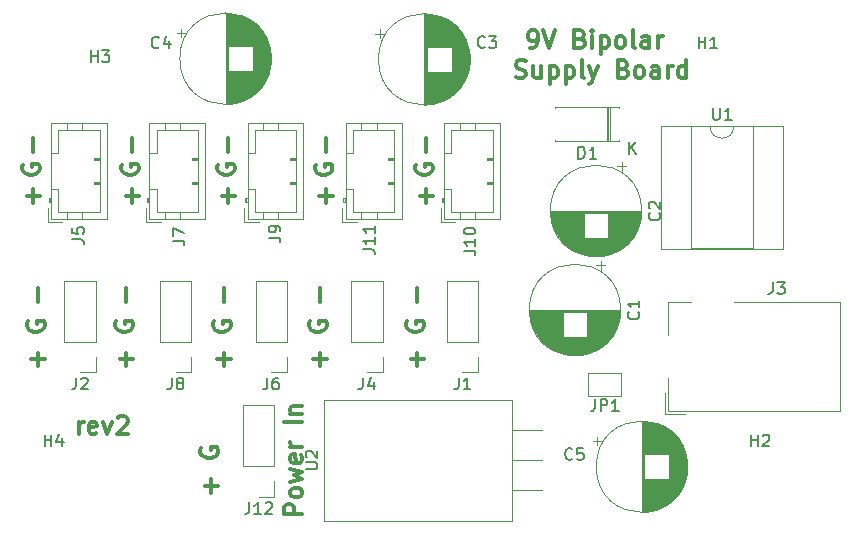
<source format=gbr>
G04 #@! TF.GenerationSoftware,KiCad,Pcbnew,(5.0.1)-rc2*
G04 #@! TF.CreationDate,2019-01-30T13:00:54-05:00*
G04 #@! TF.ProjectId,power_board,706F7765725F626F6172642E6B696361,rev?*
G04 #@! TF.SameCoordinates,Original*
G04 #@! TF.FileFunction,Legend,Top*
G04 #@! TF.FilePolarity,Positive*
%FSLAX46Y46*%
G04 Gerber Fmt 4.6, Leading zero omitted, Abs format (unit mm)*
G04 Created by KiCad (PCBNEW (5.0.1)-rc2) date 1/30/2019 1:00:54 PM*
%MOMM*%
%LPD*%
G01*
G04 APERTURE LIST*
%ADD10C,0.300000*%
%ADD11C,0.120000*%
%ADD12C,0.150000*%
G04 APERTURE END LIST*
D10*
X169880742Y-75146457D02*
X169880742Y-74003600D01*
X170452171Y-74575028D02*
X169309314Y-74575028D01*
X169023600Y-71360742D02*
X168952171Y-71503600D01*
X168952171Y-71717885D01*
X169023600Y-71932171D01*
X169166457Y-72075028D01*
X169309314Y-72146457D01*
X169595028Y-72217885D01*
X169809314Y-72217885D01*
X170095028Y-72146457D01*
X170237885Y-72075028D01*
X170380742Y-71932171D01*
X170452171Y-71717885D01*
X170452171Y-71575028D01*
X170380742Y-71360742D01*
X170309314Y-71289314D01*
X169809314Y-71289314D01*
X169809314Y-71575028D01*
X177564171Y-76961428D02*
X176064171Y-76961428D01*
X176064171Y-76390000D01*
X176135600Y-76247142D01*
X176207028Y-76175714D01*
X176349885Y-76104285D01*
X176564171Y-76104285D01*
X176707028Y-76175714D01*
X176778457Y-76247142D01*
X176849885Y-76390000D01*
X176849885Y-76961428D01*
X177564171Y-75247142D02*
X177492742Y-75390000D01*
X177421314Y-75461428D01*
X177278457Y-75532857D01*
X176849885Y-75532857D01*
X176707028Y-75461428D01*
X176635600Y-75390000D01*
X176564171Y-75247142D01*
X176564171Y-75032857D01*
X176635600Y-74890000D01*
X176707028Y-74818571D01*
X176849885Y-74747142D01*
X177278457Y-74747142D01*
X177421314Y-74818571D01*
X177492742Y-74890000D01*
X177564171Y-75032857D01*
X177564171Y-75247142D01*
X176564171Y-74247142D02*
X177564171Y-73961428D01*
X176849885Y-73675714D01*
X177564171Y-73390000D01*
X176564171Y-73104285D01*
X177492742Y-71961428D02*
X177564171Y-72104285D01*
X177564171Y-72390000D01*
X177492742Y-72532857D01*
X177349885Y-72604285D01*
X176778457Y-72604285D01*
X176635600Y-72532857D01*
X176564171Y-72390000D01*
X176564171Y-72104285D01*
X176635600Y-71961428D01*
X176778457Y-71890000D01*
X176921314Y-71890000D01*
X177064171Y-72604285D01*
X177564171Y-71247142D02*
X176564171Y-71247142D01*
X176849885Y-71247142D02*
X176707028Y-71175714D01*
X176635600Y-71104285D01*
X176564171Y-70961428D01*
X176564171Y-70818571D01*
X177564171Y-69175714D02*
X176064171Y-69175714D01*
X176564171Y-68461428D02*
X177564171Y-68461428D01*
X176707028Y-68461428D02*
X176635600Y-68390000D01*
X176564171Y-68247142D01*
X176564171Y-68032857D01*
X176635600Y-67890000D01*
X176778457Y-67818571D01*
X177564171Y-67818571D01*
X158644685Y-70172971D02*
X158644685Y-69172971D01*
X158644685Y-69458685D02*
X158716114Y-69315828D01*
X158787542Y-69244400D01*
X158930400Y-69172971D01*
X159073257Y-69172971D01*
X160144685Y-70101542D02*
X160001828Y-70172971D01*
X159716114Y-70172971D01*
X159573257Y-70101542D01*
X159501828Y-69958685D01*
X159501828Y-69387257D01*
X159573257Y-69244400D01*
X159716114Y-69172971D01*
X160001828Y-69172971D01*
X160144685Y-69244400D01*
X160216114Y-69387257D01*
X160216114Y-69530114D01*
X159501828Y-69672971D01*
X160716114Y-69172971D02*
X161073257Y-70172971D01*
X161430400Y-69172971D01*
X161930400Y-68815828D02*
X162001828Y-68744400D01*
X162144685Y-68672971D01*
X162501828Y-68672971D01*
X162644685Y-68744400D01*
X162716114Y-68815828D01*
X162787542Y-68958685D01*
X162787542Y-69101542D01*
X162716114Y-69315828D01*
X161858971Y-70172971D01*
X162787542Y-70172971D01*
X155181142Y-58991428D02*
X155181142Y-57848571D01*
X196823771Y-37503571D02*
X197109485Y-37503571D01*
X197252342Y-37432142D01*
X197323771Y-37360714D01*
X197466628Y-37146428D01*
X197538057Y-36860714D01*
X197538057Y-36289285D01*
X197466628Y-36146428D01*
X197395200Y-36075000D01*
X197252342Y-36003571D01*
X196966628Y-36003571D01*
X196823771Y-36075000D01*
X196752342Y-36146428D01*
X196680914Y-36289285D01*
X196680914Y-36646428D01*
X196752342Y-36789285D01*
X196823771Y-36860714D01*
X196966628Y-36932142D01*
X197252342Y-36932142D01*
X197395200Y-36860714D01*
X197466628Y-36789285D01*
X197538057Y-36646428D01*
X197966628Y-36003571D02*
X198466628Y-37503571D01*
X198966628Y-36003571D01*
X201109485Y-36717857D02*
X201323771Y-36789285D01*
X201395200Y-36860714D01*
X201466628Y-37003571D01*
X201466628Y-37217857D01*
X201395200Y-37360714D01*
X201323771Y-37432142D01*
X201180914Y-37503571D01*
X200609485Y-37503571D01*
X200609485Y-36003571D01*
X201109485Y-36003571D01*
X201252342Y-36075000D01*
X201323771Y-36146428D01*
X201395200Y-36289285D01*
X201395200Y-36432142D01*
X201323771Y-36575000D01*
X201252342Y-36646428D01*
X201109485Y-36717857D01*
X200609485Y-36717857D01*
X202109485Y-37503571D02*
X202109485Y-36503571D01*
X202109485Y-36003571D02*
X202038057Y-36075000D01*
X202109485Y-36146428D01*
X202180914Y-36075000D01*
X202109485Y-36003571D01*
X202109485Y-36146428D01*
X202823771Y-36503571D02*
X202823771Y-38003571D01*
X202823771Y-36575000D02*
X202966628Y-36503571D01*
X203252342Y-36503571D01*
X203395200Y-36575000D01*
X203466628Y-36646428D01*
X203538057Y-36789285D01*
X203538057Y-37217857D01*
X203466628Y-37360714D01*
X203395200Y-37432142D01*
X203252342Y-37503571D01*
X202966628Y-37503571D01*
X202823771Y-37432142D01*
X204395200Y-37503571D02*
X204252342Y-37432142D01*
X204180914Y-37360714D01*
X204109485Y-37217857D01*
X204109485Y-36789285D01*
X204180914Y-36646428D01*
X204252342Y-36575000D01*
X204395200Y-36503571D01*
X204609485Y-36503571D01*
X204752342Y-36575000D01*
X204823771Y-36646428D01*
X204895200Y-36789285D01*
X204895200Y-37217857D01*
X204823771Y-37360714D01*
X204752342Y-37432142D01*
X204609485Y-37503571D01*
X204395200Y-37503571D01*
X205752342Y-37503571D02*
X205609485Y-37432142D01*
X205538057Y-37289285D01*
X205538057Y-36003571D01*
X206966628Y-37503571D02*
X206966628Y-36717857D01*
X206895200Y-36575000D01*
X206752342Y-36503571D01*
X206466628Y-36503571D01*
X206323771Y-36575000D01*
X206966628Y-37432142D02*
X206823771Y-37503571D01*
X206466628Y-37503571D01*
X206323771Y-37432142D01*
X206252342Y-37289285D01*
X206252342Y-37146428D01*
X206323771Y-37003571D01*
X206466628Y-36932142D01*
X206823771Y-36932142D01*
X206966628Y-36860714D01*
X207680914Y-37503571D02*
X207680914Y-36503571D01*
X207680914Y-36789285D02*
X207752342Y-36646428D01*
X207823771Y-36575000D01*
X207966628Y-36503571D01*
X208109485Y-36503571D01*
X195645200Y-39982142D02*
X195859485Y-40053571D01*
X196216628Y-40053571D01*
X196359485Y-39982142D01*
X196430914Y-39910714D01*
X196502342Y-39767857D01*
X196502342Y-39625000D01*
X196430914Y-39482142D01*
X196359485Y-39410714D01*
X196216628Y-39339285D01*
X195930914Y-39267857D01*
X195788057Y-39196428D01*
X195716628Y-39125000D01*
X195645200Y-38982142D01*
X195645200Y-38839285D01*
X195716628Y-38696428D01*
X195788057Y-38625000D01*
X195930914Y-38553571D01*
X196288057Y-38553571D01*
X196502342Y-38625000D01*
X197788057Y-39053571D02*
X197788057Y-40053571D01*
X197145200Y-39053571D02*
X197145200Y-39839285D01*
X197216628Y-39982142D01*
X197359485Y-40053571D01*
X197573771Y-40053571D01*
X197716628Y-39982142D01*
X197788057Y-39910714D01*
X198502342Y-39053571D02*
X198502342Y-40553571D01*
X198502342Y-39125000D02*
X198645200Y-39053571D01*
X198930914Y-39053571D01*
X199073771Y-39125000D01*
X199145200Y-39196428D01*
X199216628Y-39339285D01*
X199216628Y-39767857D01*
X199145200Y-39910714D01*
X199073771Y-39982142D01*
X198930914Y-40053571D01*
X198645200Y-40053571D01*
X198502342Y-39982142D01*
X199859485Y-39053571D02*
X199859485Y-40553571D01*
X199859485Y-39125000D02*
X200002342Y-39053571D01*
X200288057Y-39053571D01*
X200430914Y-39125000D01*
X200502342Y-39196428D01*
X200573771Y-39339285D01*
X200573771Y-39767857D01*
X200502342Y-39910714D01*
X200430914Y-39982142D01*
X200288057Y-40053571D01*
X200002342Y-40053571D01*
X199859485Y-39982142D01*
X201430914Y-40053571D02*
X201288057Y-39982142D01*
X201216628Y-39839285D01*
X201216628Y-38553571D01*
X201859485Y-39053571D02*
X202216628Y-40053571D01*
X202573771Y-39053571D02*
X202216628Y-40053571D01*
X202073771Y-40410714D01*
X202002342Y-40482142D01*
X201859485Y-40553571D01*
X204788057Y-39267857D02*
X205002342Y-39339285D01*
X205073771Y-39410714D01*
X205145200Y-39553571D01*
X205145200Y-39767857D01*
X205073771Y-39910714D01*
X205002342Y-39982142D01*
X204859485Y-40053571D01*
X204288057Y-40053571D01*
X204288057Y-38553571D01*
X204788057Y-38553571D01*
X204930914Y-38625000D01*
X205002342Y-38696428D01*
X205073771Y-38839285D01*
X205073771Y-38982142D01*
X205002342Y-39125000D01*
X204930914Y-39196428D01*
X204788057Y-39267857D01*
X204288057Y-39267857D01*
X206002342Y-40053571D02*
X205859485Y-39982142D01*
X205788057Y-39910714D01*
X205716628Y-39767857D01*
X205716628Y-39339285D01*
X205788057Y-39196428D01*
X205859485Y-39125000D01*
X206002342Y-39053571D01*
X206216628Y-39053571D01*
X206359485Y-39125000D01*
X206430914Y-39196428D01*
X206502342Y-39339285D01*
X206502342Y-39767857D01*
X206430914Y-39910714D01*
X206359485Y-39982142D01*
X206216628Y-40053571D01*
X206002342Y-40053571D01*
X207788057Y-40053571D02*
X207788057Y-39267857D01*
X207716628Y-39125000D01*
X207573771Y-39053571D01*
X207288057Y-39053571D01*
X207145200Y-39125000D01*
X207788057Y-39982142D02*
X207645200Y-40053571D01*
X207288057Y-40053571D01*
X207145200Y-39982142D01*
X207073771Y-39839285D01*
X207073771Y-39696428D01*
X207145200Y-39553571D01*
X207288057Y-39482142D01*
X207645200Y-39482142D01*
X207788057Y-39410714D01*
X208502342Y-40053571D02*
X208502342Y-39053571D01*
X208502342Y-39339285D02*
X208573771Y-39196428D01*
X208645200Y-39125000D01*
X208788057Y-39053571D01*
X208930914Y-39053571D01*
X210073771Y-40053571D02*
X210073771Y-38553571D01*
X210073771Y-39982142D02*
X209930914Y-40053571D01*
X209645200Y-40053571D01*
X209502342Y-39982142D01*
X209430914Y-39910714D01*
X209359485Y-39767857D01*
X209359485Y-39339285D01*
X209430914Y-39196428D01*
X209502342Y-39125000D01*
X209645200Y-39053571D01*
X209930914Y-39053571D01*
X210073771Y-39125000D01*
X186455000Y-60655927D02*
X186383571Y-60798785D01*
X186383571Y-61013070D01*
X186455000Y-61227356D01*
X186597857Y-61370213D01*
X186740714Y-61441642D01*
X187026428Y-61513070D01*
X187240714Y-61513070D01*
X187526428Y-61441642D01*
X187669285Y-61370213D01*
X187812142Y-61227356D01*
X187883571Y-61013070D01*
X187883571Y-60870213D01*
X187812142Y-60655927D01*
X187740714Y-60584499D01*
X187240714Y-60584499D01*
X187240714Y-60870213D01*
X186753571Y-63861142D02*
X187896428Y-63861142D01*
X187325000Y-64432571D02*
X187325000Y-63289714D01*
X187312142Y-58991428D02*
X187312142Y-57848571D01*
X179057142Y-58991428D02*
X179057142Y-57848571D01*
X178200000Y-60655927D02*
X178128571Y-60798785D01*
X178128571Y-61013070D01*
X178200000Y-61227356D01*
X178342857Y-61370213D01*
X178485714Y-61441642D01*
X178771428Y-61513070D01*
X178985714Y-61513070D01*
X179271428Y-61441642D01*
X179414285Y-61370213D01*
X179557142Y-61227356D01*
X179628571Y-61013070D01*
X179628571Y-60870213D01*
X179557142Y-60655927D01*
X179485714Y-60584499D01*
X178985714Y-60584499D01*
X178985714Y-60870213D01*
X178498571Y-63861142D02*
X179641428Y-63861142D01*
X179070000Y-64432571D02*
X179070000Y-63289714D01*
X170370571Y-63861142D02*
X171513428Y-63861142D01*
X170942000Y-64432571D02*
X170942000Y-63289714D01*
X170929142Y-58991428D02*
X170929142Y-57848571D01*
X170072000Y-60655927D02*
X170000571Y-60798785D01*
X170000571Y-61013070D01*
X170072000Y-61227356D01*
X170214857Y-61370213D01*
X170357714Y-61441642D01*
X170643428Y-61513070D01*
X170857714Y-61513070D01*
X171143428Y-61441642D01*
X171286285Y-61370213D01*
X171429142Y-61227356D01*
X171500571Y-61013070D01*
X171500571Y-60870213D01*
X171429142Y-60655927D01*
X171357714Y-60584499D01*
X170857714Y-60584499D01*
X170857714Y-60870213D01*
X162674142Y-58991428D02*
X162674142Y-57848571D01*
X161817000Y-60655927D02*
X161745571Y-60798785D01*
X161745571Y-61013070D01*
X161817000Y-61227356D01*
X161959857Y-61370213D01*
X162102714Y-61441642D01*
X162388428Y-61513070D01*
X162602714Y-61513070D01*
X162888428Y-61441642D01*
X163031285Y-61370213D01*
X163174142Y-61227356D01*
X163245571Y-61013070D01*
X163245571Y-60870213D01*
X163174142Y-60655927D01*
X163102714Y-60584499D01*
X162602714Y-60584499D01*
X162602714Y-60870213D01*
X162115571Y-63861142D02*
X163258428Y-63861142D01*
X162687000Y-64432571D02*
X162687000Y-63289714D01*
X187508571Y-50018142D02*
X188651428Y-50018142D01*
X188080000Y-50589571D02*
X188080000Y-49446714D01*
X188067142Y-46291428D02*
X188067142Y-45148571D01*
X187210000Y-47384427D02*
X187138571Y-47527285D01*
X187138571Y-47741570D01*
X187210000Y-47955856D01*
X187352857Y-48098713D01*
X187495714Y-48170142D01*
X187781428Y-48241570D01*
X187995714Y-48241570D01*
X188281428Y-48170142D01*
X188424285Y-48098713D01*
X188567142Y-47955856D01*
X188638571Y-47741570D01*
X188638571Y-47598713D01*
X188567142Y-47384427D01*
X188495714Y-47312999D01*
X187995714Y-47312999D01*
X187995714Y-47598713D01*
X178701000Y-47384427D02*
X178629571Y-47527285D01*
X178629571Y-47741570D01*
X178701000Y-47955856D01*
X178843857Y-48098713D01*
X178986714Y-48170142D01*
X179272428Y-48241570D01*
X179486714Y-48241570D01*
X179772428Y-48170142D01*
X179915285Y-48098713D01*
X180058142Y-47955856D01*
X180129571Y-47741570D01*
X180129571Y-47598713D01*
X180058142Y-47384427D01*
X179986714Y-47312999D01*
X179486714Y-47312999D01*
X179486714Y-47598713D01*
X178999571Y-50018142D02*
X180142428Y-50018142D01*
X179571000Y-50589571D02*
X179571000Y-49446714D01*
X179558142Y-46291428D02*
X179558142Y-45148571D01*
X171303142Y-46291428D02*
X171303142Y-45148571D01*
X170446000Y-47384427D02*
X170374571Y-47527285D01*
X170374571Y-47741570D01*
X170446000Y-47955856D01*
X170588857Y-48098713D01*
X170731714Y-48170142D01*
X171017428Y-48241570D01*
X171231714Y-48241570D01*
X171517428Y-48170142D01*
X171660285Y-48098713D01*
X171803142Y-47955856D01*
X171874571Y-47741570D01*
X171874571Y-47598713D01*
X171803142Y-47384427D01*
X171731714Y-47312999D01*
X171231714Y-47312999D01*
X171231714Y-47598713D01*
X170744571Y-50018142D02*
X171887428Y-50018142D01*
X171316000Y-50589571D02*
X171316000Y-49446714D01*
X163175142Y-46291428D02*
X163175142Y-45148571D01*
X162318000Y-47384427D02*
X162246571Y-47527285D01*
X162246571Y-47741570D01*
X162318000Y-47955856D01*
X162460857Y-48098713D01*
X162603714Y-48170142D01*
X162889428Y-48241570D01*
X163103714Y-48241570D01*
X163389428Y-48170142D01*
X163532285Y-48098713D01*
X163675142Y-47955856D01*
X163746571Y-47741570D01*
X163746571Y-47598713D01*
X163675142Y-47384427D01*
X163603714Y-47312999D01*
X163103714Y-47312999D01*
X163103714Y-47598713D01*
X162616571Y-50018142D02*
X163759428Y-50018142D01*
X163188000Y-50589571D02*
X163188000Y-49446714D01*
X153936000Y-47384427D02*
X153864571Y-47527285D01*
X153864571Y-47741570D01*
X153936000Y-47955856D01*
X154078857Y-48098713D01*
X154221714Y-48170142D01*
X154507428Y-48241570D01*
X154721714Y-48241570D01*
X155007428Y-48170142D01*
X155150285Y-48098713D01*
X155293142Y-47955856D01*
X155364571Y-47741570D01*
X155364571Y-47598713D01*
X155293142Y-47384427D01*
X155221714Y-47312999D01*
X154721714Y-47312999D01*
X154721714Y-47598713D01*
X154324000Y-60655927D02*
X154252571Y-60798785D01*
X154252571Y-61013070D01*
X154324000Y-61227356D01*
X154466857Y-61370213D01*
X154609714Y-61441642D01*
X154895428Y-61513070D01*
X155109714Y-61513070D01*
X155395428Y-61441642D01*
X155538285Y-61370213D01*
X155681142Y-61227356D01*
X155752571Y-61013070D01*
X155752571Y-60870213D01*
X155681142Y-60655927D01*
X155609714Y-60584499D01*
X155109714Y-60584499D01*
X155109714Y-60870213D01*
X154793142Y-46291428D02*
X154793142Y-45148571D01*
X154622571Y-63861142D02*
X155765428Y-63861142D01*
X155194000Y-64432571D02*
X155194000Y-63289714D01*
X154234571Y-50018142D02*
X155377428Y-50018142D01*
X154806000Y-50589571D02*
X154806000Y-49446714D01*
D11*
G04 #@! TO.C,J12*
X175218400Y-67758000D02*
X172558400Y-67758000D01*
X175218400Y-72898000D02*
X175218400Y-67758000D01*
X172558400Y-72898000D02*
X172558400Y-67758000D01*
X175218400Y-72898000D02*
X172558400Y-72898000D01*
X175218400Y-74168000D02*
X175218400Y-75498000D01*
X175218400Y-75498000D02*
X173888400Y-75498000D01*
G04 #@! TO.C,U2*
X195293600Y-77510000D02*
X195293600Y-67270000D01*
X179403600Y-77510000D02*
X179403600Y-67270000D01*
X179403600Y-77510000D02*
X195293600Y-77510000D01*
X179403600Y-67270000D02*
X195293600Y-67270000D01*
X195293600Y-74930000D02*
X197833600Y-74930000D01*
X195293600Y-72390000D02*
X197833600Y-72390000D01*
X195293600Y-69850000D02*
X197833600Y-69850000D01*
G04 #@! TO.C,J1*
X192465000Y-57217000D02*
X189805000Y-57217000D01*
X192465000Y-62357000D02*
X192465000Y-57217000D01*
X189805000Y-62357000D02*
X189805000Y-57217000D01*
X192465000Y-62357000D02*
X189805000Y-62357000D01*
X192465000Y-63627000D02*
X192465000Y-64957000D01*
X192465000Y-64957000D02*
X191135000Y-64957000D01*
G04 #@! TO.C,JP1*
X204589600Y-64989200D02*
X204589600Y-66989200D01*
X201789600Y-64989200D02*
X204589600Y-64989200D01*
X201789600Y-66989200D02*
X201789600Y-64989200D01*
X204589600Y-66989200D02*
X201789600Y-66989200D01*
G04 #@! TO.C,C5*
X210199600Y-72948800D02*
G75*
G03X210199600Y-72948800I-3870000J0D01*
G01*
X206329600Y-69118800D02*
X206329600Y-76778800D01*
X206369600Y-69118800D02*
X206369600Y-76778800D01*
X206409600Y-69118800D02*
X206409600Y-76778800D01*
X206449600Y-69119800D02*
X206449600Y-76777800D01*
X206489600Y-69121800D02*
X206489600Y-76775800D01*
X206529600Y-69123800D02*
X206529600Y-76773800D01*
X206569600Y-69125800D02*
X206569600Y-71908800D01*
X206569600Y-73988800D02*
X206569600Y-76771800D01*
X206609600Y-69128800D02*
X206609600Y-71908800D01*
X206609600Y-73988800D02*
X206609600Y-76768800D01*
X206649600Y-69131800D02*
X206649600Y-71908800D01*
X206649600Y-73988800D02*
X206649600Y-76765800D01*
X206689600Y-69134800D02*
X206689600Y-71908800D01*
X206689600Y-73988800D02*
X206689600Y-76762800D01*
X206729600Y-69138800D02*
X206729600Y-71908800D01*
X206729600Y-73988800D02*
X206729600Y-76758800D01*
X206769600Y-69143800D02*
X206769600Y-71908800D01*
X206769600Y-73988800D02*
X206769600Y-76753800D01*
X206809600Y-69147800D02*
X206809600Y-71908800D01*
X206809600Y-73988800D02*
X206809600Y-76749800D01*
X206849600Y-69153800D02*
X206849600Y-71908800D01*
X206849600Y-73988800D02*
X206849600Y-76743800D01*
X206889600Y-69158800D02*
X206889600Y-71908800D01*
X206889600Y-73988800D02*
X206889600Y-76738800D01*
X206929600Y-69164800D02*
X206929600Y-71908800D01*
X206929600Y-73988800D02*
X206929600Y-76732800D01*
X206969600Y-69171800D02*
X206969600Y-71908800D01*
X206969600Y-73988800D02*
X206969600Y-76725800D01*
X207009600Y-69178800D02*
X207009600Y-71908800D01*
X207009600Y-73988800D02*
X207009600Y-76718800D01*
X207050600Y-69185800D02*
X207050600Y-71908800D01*
X207050600Y-73988800D02*
X207050600Y-76711800D01*
X207090600Y-69193800D02*
X207090600Y-71908800D01*
X207090600Y-73988800D02*
X207090600Y-76703800D01*
X207130600Y-69201800D02*
X207130600Y-71908800D01*
X207130600Y-73988800D02*
X207130600Y-76695800D01*
X207170600Y-69210800D02*
X207170600Y-71908800D01*
X207170600Y-73988800D02*
X207170600Y-76686800D01*
X207210600Y-69219800D02*
X207210600Y-71908800D01*
X207210600Y-73988800D02*
X207210600Y-76677800D01*
X207250600Y-69228800D02*
X207250600Y-71908800D01*
X207250600Y-73988800D02*
X207250600Y-76668800D01*
X207290600Y-69238800D02*
X207290600Y-71908800D01*
X207290600Y-73988800D02*
X207290600Y-76658800D01*
X207330600Y-69249800D02*
X207330600Y-71908800D01*
X207330600Y-73988800D02*
X207330600Y-76647800D01*
X207370600Y-69260800D02*
X207370600Y-71908800D01*
X207370600Y-73988800D02*
X207370600Y-76636800D01*
X207410600Y-69271800D02*
X207410600Y-71908800D01*
X207410600Y-73988800D02*
X207410600Y-76625800D01*
X207450600Y-69283800D02*
X207450600Y-71908800D01*
X207450600Y-73988800D02*
X207450600Y-76613800D01*
X207490600Y-69295800D02*
X207490600Y-71908800D01*
X207490600Y-73988800D02*
X207490600Y-76601800D01*
X207530600Y-69308800D02*
X207530600Y-71908800D01*
X207530600Y-73988800D02*
X207530600Y-76588800D01*
X207570600Y-69322800D02*
X207570600Y-71908800D01*
X207570600Y-73988800D02*
X207570600Y-76574800D01*
X207610600Y-69335800D02*
X207610600Y-71908800D01*
X207610600Y-73988800D02*
X207610600Y-76561800D01*
X207650600Y-69350800D02*
X207650600Y-71908800D01*
X207650600Y-73988800D02*
X207650600Y-76546800D01*
X207690600Y-69364800D02*
X207690600Y-71908800D01*
X207690600Y-73988800D02*
X207690600Y-76532800D01*
X207730600Y-69380800D02*
X207730600Y-71908800D01*
X207730600Y-73988800D02*
X207730600Y-76516800D01*
X207770600Y-69395800D02*
X207770600Y-71908800D01*
X207770600Y-73988800D02*
X207770600Y-76501800D01*
X207810600Y-69412800D02*
X207810600Y-71908800D01*
X207810600Y-73988800D02*
X207810600Y-76484800D01*
X207850600Y-69428800D02*
X207850600Y-71908800D01*
X207850600Y-73988800D02*
X207850600Y-76468800D01*
X207890600Y-69446800D02*
X207890600Y-71908800D01*
X207890600Y-73988800D02*
X207890600Y-76450800D01*
X207930600Y-69464800D02*
X207930600Y-71908800D01*
X207930600Y-73988800D02*
X207930600Y-76432800D01*
X207970600Y-69482800D02*
X207970600Y-71908800D01*
X207970600Y-73988800D02*
X207970600Y-76414800D01*
X208010600Y-69501800D02*
X208010600Y-71908800D01*
X208010600Y-73988800D02*
X208010600Y-76395800D01*
X208050600Y-69521800D02*
X208050600Y-71908800D01*
X208050600Y-73988800D02*
X208050600Y-76375800D01*
X208090600Y-69541800D02*
X208090600Y-71908800D01*
X208090600Y-73988800D02*
X208090600Y-76355800D01*
X208130600Y-69562800D02*
X208130600Y-71908800D01*
X208130600Y-73988800D02*
X208130600Y-76334800D01*
X208170600Y-69583800D02*
X208170600Y-71908800D01*
X208170600Y-73988800D02*
X208170600Y-76313800D01*
X208210600Y-69605800D02*
X208210600Y-71908800D01*
X208210600Y-73988800D02*
X208210600Y-76291800D01*
X208250600Y-69627800D02*
X208250600Y-71908800D01*
X208250600Y-73988800D02*
X208250600Y-76269800D01*
X208290600Y-69651800D02*
X208290600Y-71908800D01*
X208290600Y-73988800D02*
X208290600Y-76245800D01*
X208330600Y-69674800D02*
X208330600Y-71908800D01*
X208330600Y-73988800D02*
X208330600Y-76222800D01*
X208370600Y-69699800D02*
X208370600Y-71908800D01*
X208370600Y-73988800D02*
X208370600Y-76197800D01*
X208410600Y-69724800D02*
X208410600Y-71908800D01*
X208410600Y-73988800D02*
X208410600Y-76172800D01*
X208450600Y-69750800D02*
X208450600Y-71908800D01*
X208450600Y-73988800D02*
X208450600Y-76146800D01*
X208490600Y-69776800D02*
X208490600Y-71908800D01*
X208490600Y-73988800D02*
X208490600Y-76120800D01*
X208530600Y-69804800D02*
X208530600Y-71908800D01*
X208530600Y-73988800D02*
X208530600Y-76092800D01*
X208570600Y-69832800D02*
X208570600Y-71908800D01*
X208570600Y-73988800D02*
X208570600Y-76064800D01*
X208610600Y-69860800D02*
X208610600Y-71908800D01*
X208610600Y-73988800D02*
X208610600Y-76036800D01*
X208650600Y-69890800D02*
X208650600Y-76006800D01*
X208690600Y-69920800D02*
X208690600Y-75976800D01*
X208730600Y-69952800D02*
X208730600Y-75944800D01*
X208770600Y-69984800D02*
X208770600Y-75912800D01*
X208810600Y-70017800D02*
X208810600Y-75879800D01*
X208850600Y-70050800D02*
X208850600Y-75846800D01*
X208890600Y-70085800D02*
X208890600Y-75811800D01*
X208930600Y-70121800D02*
X208930600Y-75775800D01*
X208970600Y-70158800D02*
X208970600Y-75738800D01*
X209010600Y-70196800D02*
X209010600Y-75700800D01*
X209050600Y-70235800D02*
X209050600Y-75661800D01*
X209090600Y-70275800D02*
X209090600Y-75621800D01*
X209130600Y-70316800D02*
X209130600Y-75580800D01*
X209170600Y-70359800D02*
X209170600Y-75537800D01*
X209210600Y-70402800D02*
X209210600Y-75494800D01*
X209250600Y-70448800D02*
X209250600Y-75448800D01*
X209290600Y-70494800D02*
X209290600Y-75402800D01*
X209330600Y-70543800D02*
X209330600Y-75353800D01*
X209370600Y-70593800D02*
X209370600Y-75303800D01*
X209410600Y-70644800D02*
X209410600Y-75252800D01*
X209450600Y-70698800D02*
X209450600Y-75198800D01*
X209490600Y-70753800D02*
X209490600Y-75143800D01*
X209530600Y-70811800D02*
X209530600Y-75085800D01*
X209570600Y-70871800D02*
X209570600Y-75025800D01*
X209610600Y-70934800D02*
X209610600Y-74962800D01*
X209650600Y-70999800D02*
X209650600Y-74897800D01*
X209690600Y-71067800D02*
X209690600Y-74829800D01*
X209730600Y-71139800D02*
X209730600Y-74757800D01*
X209770600Y-71215800D02*
X209770600Y-74681800D01*
X209810600Y-71294800D02*
X209810600Y-74602800D01*
X209850600Y-71379800D02*
X209850600Y-74517800D01*
X209890600Y-71470800D02*
X209890600Y-74426800D01*
X209930600Y-71567800D02*
X209930600Y-74329800D01*
X209970600Y-71673800D02*
X209970600Y-74223800D01*
X210010600Y-71790800D02*
X210010600Y-74106800D01*
X210050600Y-71920800D02*
X210050600Y-73976800D01*
X210090600Y-72071800D02*
X210090600Y-73825800D01*
X210130600Y-72255800D02*
X210130600Y-73641800D01*
X210170600Y-72507800D02*
X210170600Y-73389800D01*
X202187389Y-70773800D02*
X202937389Y-70773800D01*
X202562389Y-70398800D02*
X202562389Y-71148800D01*
G04 #@! TO.C,D1*
X204396000Y-45282000D02*
X204396000Y-45412000D01*
X204396000Y-45412000D02*
X198956000Y-45412000D01*
X198956000Y-45412000D02*
X198956000Y-45282000D01*
X204396000Y-42602000D02*
X204396000Y-42472000D01*
X204396000Y-42472000D02*
X198956000Y-42472000D01*
X198956000Y-42472000D02*
X198956000Y-42602000D01*
X203496000Y-45412000D02*
X203496000Y-42472000D01*
X203376000Y-45412000D02*
X203376000Y-42472000D01*
X203616000Y-45412000D02*
X203616000Y-42472000D01*
G04 #@! TO.C,C1*
X203210000Y-55902789D02*
X202460000Y-55902789D01*
X202835000Y-55527789D02*
X202835000Y-56277789D01*
X201101000Y-63511000D02*
X200219000Y-63511000D01*
X201353000Y-63471000D02*
X199967000Y-63471000D01*
X201537000Y-63431000D02*
X199783000Y-63431000D01*
X201688000Y-63391000D02*
X199632000Y-63391000D01*
X201818000Y-63351000D02*
X199502000Y-63351000D01*
X201935000Y-63311000D02*
X199385000Y-63311000D01*
X202041000Y-63271000D02*
X199279000Y-63271000D01*
X202138000Y-63231000D02*
X199182000Y-63231000D01*
X202229000Y-63191000D02*
X199091000Y-63191000D01*
X202314000Y-63151000D02*
X199006000Y-63151000D01*
X202393000Y-63111000D02*
X198927000Y-63111000D01*
X202469000Y-63071000D02*
X198851000Y-63071000D01*
X202541000Y-63031000D02*
X198779000Y-63031000D01*
X202609000Y-62991000D02*
X198711000Y-62991000D01*
X202674000Y-62951000D02*
X198646000Y-62951000D01*
X202737000Y-62911000D02*
X198583000Y-62911000D01*
X202797000Y-62871000D02*
X198523000Y-62871000D01*
X202855000Y-62831000D02*
X198465000Y-62831000D01*
X202910000Y-62791000D02*
X198410000Y-62791000D01*
X202964000Y-62751000D02*
X198356000Y-62751000D01*
X203015000Y-62711000D02*
X198305000Y-62711000D01*
X203065000Y-62671000D02*
X198255000Y-62671000D01*
X203114000Y-62631000D02*
X198206000Y-62631000D01*
X203160000Y-62591000D02*
X198160000Y-62591000D01*
X203206000Y-62551000D02*
X198114000Y-62551000D01*
X203249000Y-62511000D02*
X198071000Y-62511000D01*
X203292000Y-62471000D02*
X198028000Y-62471000D01*
X203333000Y-62431000D02*
X197987000Y-62431000D01*
X203373000Y-62391000D02*
X197947000Y-62391000D01*
X203412000Y-62351000D02*
X197908000Y-62351000D01*
X203450000Y-62311000D02*
X197870000Y-62311000D01*
X203487000Y-62271000D02*
X197833000Y-62271000D01*
X203523000Y-62231000D02*
X197797000Y-62231000D01*
X203558000Y-62191000D02*
X197762000Y-62191000D01*
X203591000Y-62151000D02*
X197729000Y-62151000D01*
X203624000Y-62111000D02*
X197696000Y-62111000D01*
X203656000Y-62071000D02*
X197664000Y-62071000D01*
X203688000Y-62031000D02*
X197632000Y-62031000D01*
X203718000Y-61991000D02*
X197602000Y-61991000D01*
X199620000Y-61951000D02*
X197572000Y-61951000D01*
X203748000Y-61951000D02*
X201700000Y-61951000D01*
X199620000Y-61911000D02*
X197544000Y-61911000D01*
X203776000Y-61911000D02*
X201700000Y-61911000D01*
X199620000Y-61871000D02*
X197516000Y-61871000D01*
X203804000Y-61871000D02*
X201700000Y-61871000D01*
X199620000Y-61831000D02*
X197488000Y-61831000D01*
X203832000Y-61831000D02*
X201700000Y-61831000D01*
X199620000Y-61791000D02*
X197462000Y-61791000D01*
X203858000Y-61791000D02*
X201700000Y-61791000D01*
X199620000Y-61751000D02*
X197436000Y-61751000D01*
X203884000Y-61751000D02*
X201700000Y-61751000D01*
X199620000Y-61711000D02*
X197411000Y-61711000D01*
X203909000Y-61711000D02*
X201700000Y-61711000D01*
X199620000Y-61671000D02*
X197386000Y-61671000D01*
X203934000Y-61671000D02*
X201700000Y-61671000D01*
X199620000Y-61631000D02*
X197363000Y-61631000D01*
X203957000Y-61631000D02*
X201700000Y-61631000D01*
X199620000Y-61591000D02*
X197339000Y-61591000D01*
X203981000Y-61591000D02*
X201700000Y-61591000D01*
X199620000Y-61551000D02*
X197317000Y-61551000D01*
X204003000Y-61551000D02*
X201700000Y-61551000D01*
X199620000Y-61511000D02*
X197295000Y-61511000D01*
X204025000Y-61511000D02*
X201700000Y-61511000D01*
X199620000Y-61471000D02*
X197274000Y-61471000D01*
X204046000Y-61471000D02*
X201700000Y-61471000D01*
X199620000Y-61431000D02*
X197253000Y-61431000D01*
X204067000Y-61431000D02*
X201700000Y-61431000D01*
X199620000Y-61391000D02*
X197233000Y-61391000D01*
X204087000Y-61391000D02*
X201700000Y-61391000D01*
X199620000Y-61351000D02*
X197213000Y-61351000D01*
X204107000Y-61351000D02*
X201700000Y-61351000D01*
X199620000Y-61311000D02*
X197194000Y-61311000D01*
X204126000Y-61311000D02*
X201700000Y-61311000D01*
X199620000Y-61271000D02*
X197176000Y-61271000D01*
X204144000Y-61271000D02*
X201700000Y-61271000D01*
X199620000Y-61231000D02*
X197158000Y-61231000D01*
X204162000Y-61231000D02*
X201700000Y-61231000D01*
X199620000Y-61191000D02*
X197140000Y-61191000D01*
X204180000Y-61191000D02*
X201700000Y-61191000D01*
X199620000Y-61151000D02*
X197124000Y-61151000D01*
X204196000Y-61151000D02*
X201700000Y-61151000D01*
X199620000Y-61111000D02*
X197107000Y-61111000D01*
X204213000Y-61111000D02*
X201700000Y-61111000D01*
X199620000Y-61071000D02*
X197092000Y-61071000D01*
X204228000Y-61071000D02*
X201700000Y-61071000D01*
X199620000Y-61031000D02*
X197076000Y-61031000D01*
X204244000Y-61031000D02*
X201700000Y-61031000D01*
X199620000Y-60991000D02*
X197062000Y-60991000D01*
X204258000Y-60991000D02*
X201700000Y-60991000D01*
X199620000Y-60951000D02*
X197047000Y-60951000D01*
X204273000Y-60951000D02*
X201700000Y-60951000D01*
X199620000Y-60911000D02*
X197034000Y-60911000D01*
X204286000Y-60911000D02*
X201700000Y-60911000D01*
X199620000Y-60871000D02*
X197020000Y-60871000D01*
X204300000Y-60871000D02*
X201700000Y-60871000D01*
X199620000Y-60831000D02*
X197007000Y-60831000D01*
X204313000Y-60831000D02*
X201700000Y-60831000D01*
X199620000Y-60791000D02*
X196995000Y-60791000D01*
X204325000Y-60791000D02*
X201700000Y-60791000D01*
X199620000Y-60751000D02*
X196983000Y-60751000D01*
X204337000Y-60751000D02*
X201700000Y-60751000D01*
X199620000Y-60711000D02*
X196972000Y-60711000D01*
X204348000Y-60711000D02*
X201700000Y-60711000D01*
X199620000Y-60671000D02*
X196961000Y-60671000D01*
X204359000Y-60671000D02*
X201700000Y-60671000D01*
X199620000Y-60631000D02*
X196950000Y-60631000D01*
X204370000Y-60631000D02*
X201700000Y-60631000D01*
X199620000Y-60591000D02*
X196940000Y-60591000D01*
X204380000Y-60591000D02*
X201700000Y-60591000D01*
X199620000Y-60551000D02*
X196931000Y-60551000D01*
X204389000Y-60551000D02*
X201700000Y-60551000D01*
X199620000Y-60511000D02*
X196922000Y-60511000D01*
X204398000Y-60511000D02*
X201700000Y-60511000D01*
X199620000Y-60471000D02*
X196913000Y-60471000D01*
X204407000Y-60471000D02*
X201700000Y-60471000D01*
X199620000Y-60431000D02*
X196905000Y-60431000D01*
X204415000Y-60431000D02*
X201700000Y-60431000D01*
X199620000Y-60391000D02*
X196897000Y-60391000D01*
X204423000Y-60391000D02*
X201700000Y-60391000D01*
X199620000Y-60350000D02*
X196890000Y-60350000D01*
X204430000Y-60350000D02*
X201700000Y-60350000D01*
X199620000Y-60310000D02*
X196883000Y-60310000D01*
X204437000Y-60310000D02*
X201700000Y-60310000D01*
X199620000Y-60270000D02*
X196876000Y-60270000D01*
X204444000Y-60270000D02*
X201700000Y-60270000D01*
X199620000Y-60230000D02*
X196870000Y-60230000D01*
X204450000Y-60230000D02*
X201700000Y-60230000D01*
X199620000Y-60190000D02*
X196865000Y-60190000D01*
X204455000Y-60190000D02*
X201700000Y-60190000D01*
X199620000Y-60150000D02*
X196859000Y-60150000D01*
X204461000Y-60150000D02*
X201700000Y-60150000D01*
X199620000Y-60110000D02*
X196855000Y-60110000D01*
X204465000Y-60110000D02*
X201700000Y-60110000D01*
X199620000Y-60070000D02*
X196850000Y-60070000D01*
X204470000Y-60070000D02*
X201700000Y-60070000D01*
X199620000Y-60030000D02*
X196846000Y-60030000D01*
X204474000Y-60030000D02*
X201700000Y-60030000D01*
X199620000Y-59990000D02*
X196843000Y-59990000D01*
X204477000Y-59990000D02*
X201700000Y-59990000D01*
X199620000Y-59950000D02*
X196840000Y-59950000D01*
X204480000Y-59950000D02*
X201700000Y-59950000D01*
X199620000Y-59910000D02*
X196837000Y-59910000D01*
X204483000Y-59910000D02*
X201700000Y-59910000D01*
X204485000Y-59870000D02*
X196835000Y-59870000D01*
X204487000Y-59830000D02*
X196833000Y-59830000D01*
X204489000Y-59790000D02*
X196831000Y-59790000D01*
X204490000Y-59750000D02*
X196830000Y-59750000D01*
X204490000Y-59710000D02*
X196830000Y-59710000D01*
X204490000Y-59670000D02*
X196830000Y-59670000D01*
X204530000Y-59670000D02*
G75*
G03X204530000Y-59670000I-3870000J0D01*
G01*
G04 #@! TO.C,C2*
X206308000Y-51288000D02*
G75*
G03X206308000Y-51288000I-3870000J0D01*
G01*
X206268000Y-51288000D02*
X198608000Y-51288000D01*
X206268000Y-51328000D02*
X198608000Y-51328000D01*
X206268000Y-51368000D02*
X198608000Y-51368000D01*
X206267000Y-51408000D02*
X198609000Y-51408000D01*
X206265000Y-51448000D02*
X198611000Y-51448000D01*
X206263000Y-51488000D02*
X198613000Y-51488000D01*
X206261000Y-51528000D02*
X203478000Y-51528000D01*
X201398000Y-51528000D02*
X198615000Y-51528000D01*
X206258000Y-51568000D02*
X203478000Y-51568000D01*
X201398000Y-51568000D02*
X198618000Y-51568000D01*
X206255000Y-51608000D02*
X203478000Y-51608000D01*
X201398000Y-51608000D02*
X198621000Y-51608000D01*
X206252000Y-51648000D02*
X203478000Y-51648000D01*
X201398000Y-51648000D02*
X198624000Y-51648000D01*
X206248000Y-51688000D02*
X203478000Y-51688000D01*
X201398000Y-51688000D02*
X198628000Y-51688000D01*
X206243000Y-51728000D02*
X203478000Y-51728000D01*
X201398000Y-51728000D02*
X198633000Y-51728000D01*
X206239000Y-51768000D02*
X203478000Y-51768000D01*
X201398000Y-51768000D02*
X198637000Y-51768000D01*
X206233000Y-51808000D02*
X203478000Y-51808000D01*
X201398000Y-51808000D02*
X198643000Y-51808000D01*
X206228000Y-51848000D02*
X203478000Y-51848000D01*
X201398000Y-51848000D02*
X198648000Y-51848000D01*
X206222000Y-51888000D02*
X203478000Y-51888000D01*
X201398000Y-51888000D02*
X198654000Y-51888000D01*
X206215000Y-51928000D02*
X203478000Y-51928000D01*
X201398000Y-51928000D02*
X198661000Y-51928000D01*
X206208000Y-51968000D02*
X203478000Y-51968000D01*
X201398000Y-51968000D02*
X198668000Y-51968000D01*
X206201000Y-52009000D02*
X203478000Y-52009000D01*
X201398000Y-52009000D02*
X198675000Y-52009000D01*
X206193000Y-52049000D02*
X203478000Y-52049000D01*
X201398000Y-52049000D02*
X198683000Y-52049000D01*
X206185000Y-52089000D02*
X203478000Y-52089000D01*
X201398000Y-52089000D02*
X198691000Y-52089000D01*
X206176000Y-52129000D02*
X203478000Y-52129000D01*
X201398000Y-52129000D02*
X198700000Y-52129000D01*
X206167000Y-52169000D02*
X203478000Y-52169000D01*
X201398000Y-52169000D02*
X198709000Y-52169000D01*
X206158000Y-52209000D02*
X203478000Y-52209000D01*
X201398000Y-52209000D02*
X198718000Y-52209000D01*
X206148000Y-52249000D02*
X203478000Y-52249000D01*
X201398000Y-52249000D02*
X198728000Y-52249000D01*
X206137000Y-52289000D02*
X203478000Y-52289000D01*
X201398000Y-52289000D02*
X198739000Y-52289000D01*
X206126000Y-52329000D02*
X203478000Y-52329000D01*
X201398000Y-52329000D02*
X198750000Y-52329000D01*
X206115000Y-52369000D02*
X203478000Y-52369000D01*
X201398000Y-52369000D02*
X198761000Y-52369000D01*
X206103000Y-52409000D02*
X203478000Y-52409000D01*
X201398000Y-52409000D02*
X198773000Y-52409000D01*
X206091000Y-52449000D02*
X203478000Y-52449000D01*
X201398000Y-52449000D02*
X198785000Y-52449000D01*
X206078000Y-52489000D02*
X203478000Y-52489000D01*
X201398000Y-52489000D02*
X198798000Y-52489000D01*
X206064000Y-52529000D02*
X203478000Y-52529000D01*
X201398000Y-52529000D02*
X198812000Y-52529000D01*
X206051000Y-52569000D02*
X203478000Y-52569000D01*
X201398000Y-52569000D02*
X198825000Y-52569000D01*
X206036000Y-52609000D02*
X203478000Y-52609000D01*
X201398000Y-52609000D02*
X198840000Y-52609000D01*
X206022000Y-52649000D02*
X203478000Y-52649000D01*
X201398000Y-52649000D02*
X198854000Y-52649000D01*
X206006000Y-52689000D02*
X203478000Y-52689000D01*
X201398000Y-52689000D02*
X198870000Y-52689000D01*
X205991000Y-52729000D02*
X203478000Y-52729000D01*
X201398000Y-52729000D02*
X198885000Y-52729000D01*
X205974000Y-52769000D02*
X203478000Y-52769000D01*
X201398000Y-52769000D02*
X198902000Y-52769000D01*
X205958000Y-52809000D02*
X203478000Y-52809000D01*
X201398000Y-52809000D02*
X198918000Y-52809000D01*
X205940000Y-52849000D02*
X203478000Y-52849000D01*
X201398000Y-52849000D02*
X198936000Y-52849000D01*
X205922000Y-52889000D02*
X203478000Y-52889000D01*
X201398000Y-52889000D02*
X198954000Y-52889000D01*
X205904000Y-52929000D02*
X203478000Y-52929000D01*
X201398000Y-52929000D02*
X198972000Y-52929000D01*
X205885000Y-52969000D02*
X203478000Y-52969000D01*
X201398000Y-52969000D02*
X198991000Y-52969000D01*
X205865000Y-53009000D02*
X203478000Y-53009000D01*
X201398000Y-53009000D02*
X199011000Y-53009000D01*
X205845000Y-53049000D02*
X203478000Y-53049000D01*
X201398000Y-53049000D02*
X199031000Y-53049000D01*
X205824000Y-53089000D02*
X203478000Y-53089000D01*
X201398000Y-53089000D02*
X199052000Y-53089000D01*
X205803000Y-53129000D02*
X203478000Y-53129000D01*
X201398000Y-53129000D02*
X199073000Y-53129000D01*
X205781000Y-53169000D02*
X203478000Y-53169000D01*
X201398000Y-53169000D02*
X199095000Y-53169000D01*
X205759000Y-53209000D02*
X203478000Y-53209000D01*
X201398000Y-53209000D02*
X199117000Y-53209000D01*
X205735000Y-53249000D02*
X203478000Y-53249000D01*
X201398000Y-53249000D02*
X199141000Y-53249000D01*
X205712000Y-53289000D02*
X203478000Y-53289000D01*
X201398000Y-53289000D02*
X199164000Y-53289000D01*
X205687000Y-53329000D02*
X203478000Y-53329000D01*
X201398000Y-53329000D02*
X199189000Y-53329000D01*
X205662000Y-53369000D02*
X203478000Y-53369000D01*
X201398000Y-53369000D02*
X199214000Y-53369000D01*
X205636000Y-53409000D02*
X203478000Y-53409000D01*
X201398000Y-53409000D02*
X199240000Y-53409000D01*
X205610000Y-53449000D02*
X203478000Y-53449000D01*
X201398000Y-53449000D02*
X199266000Y-53449000D01*
X205582000Y-53489000D02*
X203478000Y-53489000D01*
X201398000Y-53489000D02*
X199294000Y-53489000D01*
X205554000Y-53529000D02*
X203478000Y-53529000D01*
X201398000Y-53529000D02*
X199322000Y-53529000D01*
X205526000Y-53569000D02*
X203478000Y-53569000D01*
X201398000Y-53569000D02*
X199350000Y-53569000D01*
X205496000Y-53609000D02*
X199380000Y-53609000D01*
X205466000Y-53649000D02*
X199410000Y-53649000D01*
X205434000Y-53689000D02*
X199442000Y-53689000D01*
X205402000Y-53729000D02*
X199474000Y-53729000D01*
X205369000Y-53769000D02*
X199507000Y-53769000D01*
X205336000Y-53809000D02*
X199540000Y-53809000D01*
X205301000Y-53849000D02*
X199575000Y-53849000D01*
X205265000Y-53889000D02*
X199611000Y-53889000D01*
X205228000Y-53929000D02*
X199648000Y-53929000D01*
X205190000Y-53969000D02*
X199686000Y-53969000D01*
X205151000Y-54009000D02*
X199725000Y-54009000D01*
X205111000Y-54049000D02*
X199765000Y-54049000D01*
X205070000Y-54089000D02*
X199806000Y-54089000D01*
X205027000Y-54129000D02*
X199849000Y-54129000D01*
X204984000Y-54169000D02*
X199892000Y-54169000D01*
X204938000Y-54209000D02*
X199938000Y-54209000D01*
X204892000Y-54249000D02*
X199984000Y-54249000D01*
X204843000Y-54289000D02*
X200033000Y-54289000D01*
X204793000Y-54329000D02*
X200083000Y-54329000D01*
X204742000Y-54369000D02*
X200134000Y-54369000D01*
X204688000Y-54409000D02*
X200188000Y-54409000D01*
X204633000Y-54449000D02*
X200243000Y-54449000D01*
X204575000Y-54489000D02*
X200301000Y-54489000D01*
X204515000Y-54529000D02*
X200361000Y-54529000D01*
X204452000Y-54569000D02*
X200424000Y-54569000D01*
X204387000Y-54609000D02*
X200489000Y-54609000D01*
X204319000Y-54649000D02*
X200557000Y-54649000D01*
X204247000Y-54689000D02*
X200629000Y-54689000D01*
X204171000Y-54729000D02*
X200705000Y-54729000D01*
X204092000Y-54769000D02*
X200784000Y-54769000D01*
X204007000Y-54809000D02*
X200869000Y-54809000D01*
X203916000Y-54849000D02*
X200960000Y-54849000D01*
X203819000Y-54889000D02*
X201057000Y-54889000D01*
X203713000Y-54929000D02*
X201163000Y-54929000D01*
X203596000Y-54969000D02*
X201280000Y-54969000D01*
X203466000Y-55009000D02*
X201410000Y-55009000D01*
X203315000Y-55049000D02*
X201561000Y-55049000D01*
X203131000Y-55089000D02*
X201745000Y-55089000D01*
X202879000Y-55129000D02*
X201997000Y-55129000D01*
X204613000Y-47145789D02*
X204613000Y-47895789D01*
X204988000Y-47520789D02*
X204238000Y-47520789D01*
G04 #@! TO.C,C3*
X191759200Y-38455600D02*
G75*
G03X191759200Y-38455600I-3870000J0D01*
G01*
X187889200Y-34625600D02*
X187889200Y-42285600D01*
X187929200Y-34625600D02*
X187929200Y-42285600D01*
X187969200Y-34625600D02*
X187969200Y-42285600D01*
X188009200Y-34626600D02*
X188009200Y-42284600D01*
X188049200Y-34628600D02*
X188049200Y-42282600D01*
X188089200Y-34630600D02*
X188089200Y-42280600D01*
X188129200Y-34632600D02*
X188129200Y-37415600D01*
X188129200Y-39495600D02*
X188129200Y-42278600D01*
X188169200Y-34635600D02*
X188169200Y-37415600D01*
X188169200Y-39495600D02*
X188169200Y-42275600D01*
X188209200Y-34638600D02*
X188209200Y-37415600D01*
X188209200Y-39495600D02*
X188209200Y-42272600D01*
X188249200Y-34641600D02*
X188249200Y-37415600D01*
X188249200Y-39495600D02*
X188249200Y-42269600D01*
X188289200Y-34645600D02*
X188289200Y-37415600D01*
X188289200Y-39495600D02*
X188289200Y-42265600D01*
X188329200Y-34650600D02*
X188329200Y-37415600D01*
X188329200Y-39495600D02*
X188329200Y-42260600D01*
X188369200Y-34654600D02*
X188369200Y-37415600D01*
X188369200Y-39495600D02*
X188369200Y-42256600D01*
X188409200Y-34660600D02*
X188409200Y-37415600D01*
X188409200Y-39495600D02*
X188409200Y-42250600D01*
X188449200Y-34665600D02*
X188449200Y-37415600D01*
X188449200Y-39495600D02*
X188449200Y-42245600D01*
X188489200Y-34671600D02*
X188489200Y-37415600D01*
X188489200Y-39495600D02*
X188489200Y-42239600D01*
X188529200Y-34678600D02*
X188529200Y-37415600D01*
X188529200Y-39495600D02*
X188529200Y-42232600D01*
X188569200Y-34685600D02*
X188569200Y-37415600D01*
X188569200Y-39495600D02*
X188569200Y-42225600D01*
X188610200Y-34692600D02*
X188610200Y-37415600D01*
X188610200Y-39495600D02*
X188610200Y-42218600D01*
X188650200Y-34700600D02*
X188650200Y-37415600D01*
X188650200Y-39495600D02*
X188650200Y-42210600D01*
X188690200Y-34708600D02*
X188690200Y-37415600D01*
X188690200Y-39495600D02*
X188690200Y-42202600D01*
X188730200Y-34717600D02*
X188730200Y-37415600D01*
X188730200Y-39495600D02*
X188730200Y-42193600D01*
X188770200Y-34726600D02*
X188770200Y-37415600D01*
X188770200Y-39495600D02*
X188770200Y-42184600D01*
X188810200Y-34735600D02*
X188810200Y-37415600D01*
X188810200Y-39495600D02*
X188810200Y-42175600D01*
X188850200Y-34745600D02*
X188850200Y-37415600D01*
X188850200Y-39495600D02*
X188850200Y-42165600D01*
X188890200Y-34756600D02*
X188890200Y-37415600D01*
X188890200Y-39495600D02*
X188890200Y-42154600D01*
X188930200Y-34767600D02*
X188930200Y-37415600D01*
X188930200Y-39495600D02*
X188930200Y-42143600D01*
X188970200Y-34778600D02*
X188970200Y-37415600D01*
X188970200Y-39495600D02*
X188970200Y-42132600D01*
X189010200Y-34790600D02*
X189010200Y-37415600D01*
X189010200Y-39495600D02*
X189010200Y-42120600D01*
X189050200Y-34802600D02*
X189050200Y-37415600D01*
X189050200Y-39495600D02*
X189050200Y-42108600D01*
X189090200Y-34815600D02*
X189090200Y-37415600D01*
X189090200Y-39495600D02*
X189090200Y-42095600D01*
X189130200Y-34829600D02*
X189130200Y-37415600D01*
X189130200Y-39495600D02*
X189130200Y-42081600D01*
X189170200Y-34842600D02*
X189170200Y-37415600D01*
X189170200Y-39495600D02*
X189170200Y-42068600D01*
X189210200Y-34857600D02*
X189210200Y-37415600D01*
X189210200Y-39495600D02*
X189210200Y-42053600D01*
X189250200Y-34871600D02*
X189250200Y-37415600D01*
X189250200Y-39495600D02*
X189250200Y-42039600D01*
X189290200Y-34887600D02*
X189290200Y-37415600D01*
X189290200Y-39495600D02*
X189290200Y-42023600D01*
X189330200Y-34902600D02*
X189330200Y-37415600D01*
X189330200Y-39495600D02*
X189330200Y-42008600D01*
X189370200Y-34919600D02*
X189370200Y-37415600D01*
X189370200Y-39495600D02*
X189370200Y-41991600D01*
X189410200Y-34935600D02*
X189410200Y-37415600D01*
X189410200Y-39495600D02*
X189410200Y-41975600D01*
X189450200Y-34953600D02*
X189450200Y-37415600D01*
X189450200Y-39495600D02*
X189450200Y-41957600D01*
X189490200Y-34971600D02*
X189490200Y-37415600D01*
X189490200Y-39495600D02*
X189490200Y-41939600D01*
X189530200Y-34989600D02*
X189530200Y-37415600D01*
X189530200Y-39495600D02*
X189530200Y-41921600D01*
X189570200Y-35008600D02*
X189570200Y-37415600D01*
X189570200Y-39495600D02*
X189570200Y-41902600D01*
X189610200Y-35028600D02*
X189610200Y-37415600D01*
X189610200Y-39495600D02*
X189610200Y-41882600D01*
X189650200Y-35048600D02*
X189650200Y-37415600D01*
X189650200Y-39495600D02*
X189650200Y-41862600D01*
X189690200Y-35069600D02*
X189690200Y-37415600D01*
X189690200Y-39495600D02*
X189690200Y-41841600D01*
X189730200Y-35090600D02*
X189730200Y-37415600D01*
X189730200Y-39495600D02*
X189730200Y-41820600D01*
X189770200Y-35112600D02*
X189770200Y-37415600D01*
X189770200Y-39495600D02*
X189770200Y-41798600D01*
X189810200Y-35134600D02*
X189810200Y-37415600D01*
X189810200Y-39495600D02*
X189810200Y-41776600D01*
X189850200Y-35158600D02*
X189850200Y-37415600D01*
X189850200Y-39495600D02*
X189850200Y-41752600D01*
X189890200Y-35181600D02*
X189890200Y-37415600D01*
X189890200Y-39495600D02*
X189890200Y-41729600D01*
X189930200Y-35206600D02*
X189930200Y-37415600D01*
X189930200Y-39495600D02*
X189930200Y-41704600D01*
X189970200Y-35231600D02*
X189970200Y-37415600D01*
X189970200Y-39495600D02*
X189970200Y-41679600D01*
X190010200Y-35257600D02*
X190010200Y-37415600D01*
X190010200Y-39495600D02*
X190010200Y-41653600D01*
X190050200Y-35283600D02*
X190050200Y-37415600D01*
X190050200Y-39495600D02*
X190050200Y-41627600D01*
X190090200Y-35311600D02*
X190090200Y-37415600D01*
X190090200Y-39495600D02*
X190090200Y-41599600D01*
X190130200Y-35339600D02*
X190130200Y-37415600D01*
X190130200Y-39495600D02*
X190130200Y-41571600D01*
X190170200Y-35367600D02*
X190170200Y-37415600D01*
X190170200Y-39495600D02*
X190170200Y-41543600D01*
X190210200Y-35397600D02*
X190210200Y-41513600D01*
X190250200Y-35427600D02*
X190250200Y-41483600D01*
X190290200Y-35459600D02*
X190290200Y-41451600D01*
X190330200Y-35491600D02*
X190330200Y-41419600D01*
X190370200Y-35524600D02*
X190370200Y-41386600D01*
X190410200Y-35557600D02*
X190410200Y-41353600D01*
X190450200Y-35592600D02*
X190450200Y-41318600D01*
X190490200Y-35628600D02*
X190490200Y-41282600D01*
X190530200Y-35665600D02*
X190530200Y-41245600D01*
X190570200Y-35703600D02*
X190570200Y-41207600D01*
X190610200Y-35742600D02*
X190610200Y-41168600D01*
X190650200Y-35782600D02*
X190650200Y-41128600D01*
X190690200Y-35823600D02*
X190690200Y-41087600D01*
X190730200Y-35866600D02*
X190730200Y-41044600D01*
X190770200Y-35909600D02*
X190770200Y-41001600D01*
X190810200Y-35955600D02*
X190810200Y-40955600D01*
X190850200Y-36001600D02*
X190850200Y-40909600D01*
X190890200Y-36050600D02*
X190890200Y-40860600D01*
X190930200Y-36100600D02*
X190930200Y-40810600D01*
X190970200Y-36151600D02*
X190970200Y-40759600D01*
X191010200Y-36205600D02*
X191010200Y-40705600D01*
X191050200Y-36260600D02*
X191050200Y-40650600D01*
X191090200Y-36318600D02*
X191090200Y-40592600D01*
X191130200Y-36378600D02*
X191130200Y-40532600D01*
X191170200Y-36441600D02*
X191170200Y-40469600D01*
X191210200Y-36506600D02*
X191210200Y-40404600D01*
X191250200Y-36574600D02*
X191250200Y-40336600D01*
X191290200Y-36646600D02*
X191290200Y-40264600D01*
X191330200Y-36722600D02*
X191330200Y-40188600D01*
X191370200Y-36801600D02*
X191370200Y-40109600D01*
X191410200Y-36886600D02*
X191410200Y-40024600D01*
X191450200Y-36977600D02*
X191450200Y-39933600D01*
X191490200Y-37074600D02*
X191490200Y-39836600D01*
X191530200Y-37180600D02*
X191530200Y-39730600D01*
X191570200Y-37297600D02*
X191570200Y-39613600D01*
X191610200Y-37427600D02*
X191610200Y-39483600D01*
X191650200Y-37578600D02*
X191650200Y-39332600D01*
X191690200Y-37762600D02*
X191690200Y-39148600D01*
X191730200Y-38014600D02*
X191730200Y-38896600D01*
X183746989Y-36280600D02*
X184496989Y-36280600D01*
X184121989Y-35905600D02*
X184121989Y-36655600D01*
G04 #@! TO.C,C4*
X167307189Y-35854800D02*
X167307189Y-36604800D01*
X166932189Y-36229800D02*
X167682189Y-36229800D01*
X174915400Y-37963800D02*
X174915400Y-38845800D01*
X174875400Y-37711800D02*
X174875400Y-39097800D01*
X174835400Y-37527800D02*
X174835400Y-39281800D01*
X174795400Y-37376800D02*
X174795400Y-39432800D01*
X174755400Y-37246800D02*
X174755400Y-39562800D01*
X174715400Y-37129800D02*
X174715400Y-39679800D01*
X174675400Y-37023800D02*
X174675400Y-39785800D01*
X174635400Y-36926800D02*
X174635400Y-39882800D01*
X174595400Y-36835800D02*
X174595400Y-39973800D01*
X174555400Y-36750800D02*
X174555400Y-40058800D01*
X174515400Y-36671800D02*
X174515400Y-40137800D01*
X174475400Y-36595800D02*
X174475400Y-40213800D01*
X174435400Y-36523800D02*
X174435400Y-40285800D01*
X174395400Y-36455800D02*
X174395400Y-40353800D01*
X174355400Y-36390800D02*
X174355400Y-40418800D01*
X174315400Y-36327800D02*
X174315400Y-40481800D01*
X174275400Y-36267800D02*
X174275400Y-40541800D01*
X174235400Y-36209800D02*
X174235400Y-40599800D01*
X174195400Y-36154800D02*
X174195400Y-40654800D01*
X174155400Y-36100800D02*
X174155400Y-40708800D01*
X174115400Y-36049800D02*
X174115400Y-40759800D01*
X174075400Y-35999800D02*
X174075400Y-40809800D01*
X174035400Y-35950800D02*
X174035400Y-40858800D01*
X173995400Y-35904800D02*
X173995400Y-40904800D01*
X173955400Y-35858800D02*
X173955400Y-40950800D01*
X173915400Y-35815800D02*
X173915400Y-40993800D01*
X173875400Y-35772800D02*
X173875400Y-41036800D01*
X173835400Y-35731800D02*
X173835400Y-41077800D01*
X173795400Y-35691800D02*
X173795400Y-41117800D01*
X173755400Y-35652800D02*
X173755400Y-41156800D01*
X173715400Y-35614800D02*
X173715400Y-41194800D01*
X173675400Y-35577800D02*
X173675400Y-41231800D01*
X173635400Y-35541800D02*
X173635400Y-41267800D01*
X173595400Y-35506800D02*
X173595400Y-41302800D01*
X173555400Y-35473800D02*
X173555400Y-41335800D01*
X173515400Y-35440800D02*
X173515400Y-41368800D01*
X173475400Y-35408800D02*
X173475400Y-41400800D01*
X173435400Y-35376800D02*
X173435400Y-41432800D01*
X173395400Y-35346800D02*
X173395400Y-41462800D01*
X173355400Y-39444800D02*
X173355400Y-41492800D01*
X173355400Y-35316800D02*
X173355400Y-37364800D01*
X173315400Y-39444800D02*
X173315400Y-41520800D01*
X173315400Y-35288800D02*
X173315400Y-37364800D01*
X173275400Y-39444800D02*
X173275400Y-41548800D01*
X173275400Y-35260800D02*
X173275400Y-37364800D01*
X173235400Y-39444800D02*
X173235400Y-41576800D01*
X173235400Y-35232800D02*
X173235400Y-37364800D01*
X173195400Y-39444800D02*
X173195400Y-41602800D01*
X173195400Y-35206800D02*
X173195400Y-37364800D01*
X173155400Y-39444800D02*
X173155400Y-41628800D01*
X173155400Y-35180800D02*
X173155400Y-37364800D01*
X173115400Y-39444800D02*
X173115400Y-41653800D01*
X173115400Y-35155800D02*
X173115400Y-37364800D01*
X173075400Y-39444800D02*
X173075400Y-41678800D01*
X173075400Y-35130800D02*
X173075400Y-37364800D01*
X173035400Y-39444800D02*
X173035400Y-41701800D01*
X173035400Y-35107800D02*
X173035400Y-37364800D01*
X172995400Y-39444800D02*
X172995400Y-41725800D01*
X172995400Y-35083800D02*
X172995400Y-37364800D01*
X172955400Y-39444800D02*
X172955400Y-41747800D01*
X172955400Y-35061800D02*
X172955400Y-37364800D01*
X172915400Y-39444800D02*
X172915400Y-41769800D01*
X172915400Y-35039800D02*
X172915400Y-37364800D01*
X172875400Y-39444800D02*
X172875400Y-41790800D01*
X172875400Y-35018800D02*
X172875400Y-37364800D01*
X172835400Y-39444800D02*
X172835400Y-41811800D01*
X172835400Y-34997800D02*
X172835400Y-37364800D01*
X172795400Y-39444800D02*
X172795400Y-41831800D01*
X172795400Y-34977800D02*
X172795400Y-37364800D01*
X172755400Y-39444800D02*
X172755400Y-41851800D01*
X172755400Y-34957800D02*
X172755400Y-37364800D01*
X172715400Y-39444800D02*
X172715400Y-41870800D01*
X172715400Y-34938800D02*
X172715400Y-37364800D01*
X172675400Y-39444800D02*
X172675400Y-41888800D01*
X172675400Y-34920800D02*
X172675400Y-37364800D01*
X172635400Y-39444800D02*
X172635400Y-41906800D01*
X172635400Y-34902800D02*
X172635400Y-37364800D01*
X172595400Y-39444800D02*
X172595400Y-41924800D01*
X172595400Y-34884800D02*
X172595400Y-37364800D01*
X172555400Y-39444800D02*
X172555400Y-41940800D01*
X172555400Y-34868800D02*
X172555400Y-37364800D01*
X172515400Y-39444800D02*
X172515400Y-41957800D01*
X172515400Y-34851800D02*
X172515400Y-37364800D01*
X172475400Y-39444800D02*
X172475400Y-41972800D01*
X172475400Y-34836800D02*
X172475400Y-37364800D01*
X172435400Y-39444800D02*
X172435400Y-41988800D01*
X172435400Y-34820800D02*
X172435400Y-37364800D01*
X172395400Y-39444800D02*
X172395400Y-42002800D01*
X172395400Y-34806800D02*
X172395400Y-37364800D01*
X172355400Y-39444800D02*
X172355400Y-42017800D01*
X172355400Y-34791800D02*
X172355400Y-37364800D01*
X172315400Y-39444800D02*
X172315400Y-42030800D01*
X172315400Y-34778800D02*
X172315400Y-37364800D01*
X172275400Y-39444800D02*
X172275400Y-42044800D01*
X172275400Y-34764800D02*
X172275400Y-37364800D01*
X172235400Y-39444800D02*
X172235400Y-42057800D01*
X172235400Y-34751800D02*
X172235400Y-37364800D01*
X172195400Y-39444800D02*
X172195400Y-42069800D01*
X172195400Y-34739800D02*
X172195400Y-37364800D01*
X172155400Y-39444800D02*
X172155400Y-42081800D01*
X172155400Y-34727800D02*
X172155400Y-37364800D01*
X172115400Y-39444800D02*
X172115400Y-42092800D01*
X172115400Y-34716800D02*
X172115400Y-37364800D01*
X172075400Y-39444800D02*
X172075400Y-42103800D01*
X172075400Y-34705800D02*
X172075400Y-37364800D01*
X172035400Y-39444800D02*
X172035400Y-42114800D01*
X172035400Y-34694800D02*
X172035400Y-37364800D01*
X171995400Y-39444800D02*
X171995400Y-42124800D01*
X171995400Y-34684800D02*
X171995400Y-37364800D01*
X171955400Y-39444800D02*
X171955400Y-42133800D01*
X171955400Y-34675800D02*
X171955400Y-37364800D01*
X171915400Y-39444800D02*
X171915400Y-42142800D01*
X171915400Y-34666800D02*
X171915400Y-37364800D01*
X171875400Y-39444800D02*
X171875400Y-42151800D01*
X171875400Y-34657800D02*
X171875400Y-37364800D01*
X171835400Y-39444800D02*
X171835400Y-42159800D01*
X171835400Y-34649800D02*
X171835400Y-37364800D01*
X171795400Y-39444800D02*
X171795400Y-42167800D01*
X171795400Y-34641800D02*
X171795400Y-37364800D01*
X171754400Y-39444800D02*
X171754400Y-42174800D01*
X171754400Y-34634800D02*
X171754400Y-37364800D01*
X171714400Y-39444800D02*
X171714400Y-42181800D01*
X171714400Y-34627800D02*
X171714400Y-37364800D01*
X171674400Y-39444800D02*
X171674400Y-42188800D01*
X171674400Y-34620800D02*
X171674400Y-37364800D01*
X171634400Y-39444800D02*
X171634400Y-42194800D01*
X171634400Y-34614800D02*
X171634400Y-37364800D01*
X171594400Y-39444800D02*
X171594400Y-42199800D01*
X171594400Y-34609800D02*
X171594400Y-37364800D01*
X171554400Y-39444800D02*
X171554400Y-42205800D01*
X171554400Y-34603800D02*
X171554400Y-37364800D01*
X171514400Y-39444800D02*
X171514400Y-42209800D01*
X171514400Y-34599800D02*
X171514400Y-37364800D01*
X171474400Y-39444800D02*
X171474400Y-42214800D01*
X171474400Y-34594800D02*
X171474400Y-37364800D01*
X171434400Y-39444800D02*
X171434400Y-42218800D01*
X171434400Y-34590800D02*
X171434400Y-37364800D01*
X171394400Y-39444800D02*
X171394400Y-42221800D01*
X171394400Y-34587800D02*
X171394400Y-37364800D01*
X171354400Y-39444800D02*
X171354400Y-42224800D01*
X171354400Y-34584800D02*
X171354400Y-37364800D01*
X171314400Y-39444800D02*
X171314400Y-42227800D01*
X171314400Y-34581800D02*
X171314400Y-37364800D01*
X171274400Y-34579800D02*
X171274400Y-42229800D01*
X171234400Y-34577800D02*
X171234400Y-42231800D01*
X171194400Y-34575800D02*
X171194400Y-42233800D01*
X171154400Y-34574800D02*
X171154400Y-42234800D01*
X171114400Y-34574800D02*
X171114400Y-42234800D01*
X171074400Y-34574800D02*
X171074400Y-42234800D01*
X174944400Y-38404800D02*
G75*
G03X174944400Y-38404800I-3870000J0D01*
G01*
G04 #@! TO.C,J2*
X160080000Y-64957000D02*
X158750000Y-64957000D01*
X160080000Y-63627000D02*
X160080000Y-64957000D01*
X160080000Y-62357000D02*
X157420000Y-62357000D01*
X157420000Y-62357000D02*
X157420000Y-57217000D01*
X160080000Y-62357000D02*
X160080000Y-57217000D01*
X160080000Y-57217000D02*
X157420000Y-57217000D01*
G04 #@! TO.C,J3*
X214096000Y-59027000D02*
X223096000Y-59027000D01*
X223096000Y-59027000D02*
X223096000Y-68227000D01*
X223096000Y-68227000D02*
X208496000Y-68227000D01*
X208496000Y-68227000D02*
X208496000Y-65427000D01*
X208496000Y-61827000D02*
X208496000Y-59027000D01*
X208496000Y-59027000D02*
X210496000Y-59027000D01*
X209996000Y-68467000D02*
X208256000Y-68467000D01*
X208256000Y-68467000D02*
X208256000Y-66727000D01*
G04 #@! TO.C,J4*
X184368750Y-64957000D02*
X183038750Y-64957000D01*
X184368750Y-63627000D02*
X184368750Y-64957000D01*
X184368750Y-62357000D02*
X181708750Y-62357000D01*
X181708750Y-62357000D02*
X181708750Y-57217000D01*
X184368750Y-62357000D02*
X184368750Y-57217000D01*
X184368750Y-57217000D02*
X181708750Y-57217000D01*
G04 #@! TO.C,J5*
X156005000Y-52271000D02*
X157255000Y-52271000D01*
X156005000Y-51021000D02*
X156005000Y-52271000D01*
X160415000Y-46911000D02*
X159915000Y-46911000D01*
X159915000Y-46811000D02*
X160415000Y-46811000D01*
X159915000Y-47011000D02*
X159915000Y-46811000D01*
X160415000Y-47011000D02*
X159915000Y-47011000D01*
X160415000Y-48911000D02*
X159915000Y-48911000D01*
X159915000Y-48811000D02*
X160415000Y-48811000D01*
X159915000Y-49011000D02*
X159915000Y-48811000D01*
X160415000Y-49011000D02*
X159915000Y-49011000D01*
X158915000Y-43851000D02*
X158915000Y-44461000D01*
X157615000Y-43851000D02*
X157615000Y-44461000D01*
X158915000Y-51971000D02*
X158915000Y-51361000D01*
X157615000Y-51971000D02*
X157615000Y-51361000D01*
X156915000Y-46411000D02*
X156305000Y-46411000D01*
X156915000Y-44461000D02*
X156915000Y-46411000D01*
X160415000Y-44461000D02*
X156915000Y-44461000D01*
X160415000Y-51361000D02*
X160415000Y-44461000D01*
X156915000Y-51361000D02*
X160415000Y-51361000D01*
X156915000Y-49411000D02*
X156915000Y-51361000D01*
X156305000Y-49411000D02*
X156915000Y-49411000D01*
X156205000Y-50211000D02*
X156205000Y-50511000D01*
X156105000Y-50511000D02*
X156305000Y-50511000D01*
X156105000Y-50211000D02*
X156105000Y-50511000D01*
X156305000Y-50211000D02*
X156105000Y-50211000D01*
X156305000Y-43851000D02*
X156305000Y-51971000D01*
X161025000Y-43851000D02*
X156305000Y-43851000D01*
X161025000Y-51971000D02*
X161025000Y-43851000D01*
X156305000Y-51971000D02*
X161025000Y-51971000D01*
G04 #@! TO.C,J6*
X176272500Y-57217000D02*
X173612500Y-57217000D01*
X176272500Y-62357000D02*
X176272500Y-57217000D01*
X173612500Y-62357000D02*
X173612500Y-57217000D01*
X176272500Y-62357000D02*
X173612500Y-62357000D01*
X176272500Y-63627000D02*
X176272500Y-64957000D01*
X176272500Y-64957000D02*
X174942500Y-64957000D01*
G04 #@! TO.C,J7*
X164623500Y-51971000D02*
X169343500Y-51971000D01*
X169343500Y-51971000D02*
X169343500Y-43851000D01*
X169343500Y-43851000D02*
X164623500Y-43851000D01*
X164623500Y-43851000D02*
X164623500Y-51971000D01*
X164623500Y-50211000D02*
X164423500Y-50211000D01*
X164423500Y-50211000D02*
X164423500Y-50511000D01*
X164423500Y-50511000D02*
X164623500Y-50511000D01*
X164523500Y-50211000D02*
X164523500Y-50511000D01*
X164623500Y-49411000D02*
X165233500Y-49411000D01*
X165233500Y-49411000D02*
X165233500Y-51361000D01*
X165233500Y-51361000D02*
X168733500Y-51361000D01*
X168733500Y-51361000D02*
X168733500Y-44461000D01*
X168733500Y-44461000D02*
X165233500Y-44461000D01*
X165233500Y-44461000D02*
X165233500Y-46411000D01*
X165233500Y-46411000D02*
X164623500Y-46411000D01*
X165933500Y-51971000D02*
X165933500Y-51361000D01*
X167233500Y-51971000D02*
X167233500Y-51361000D01*
X165933500Y-43851000D02*
X165933500Y-44461000D01*
X167233500Y-43851000D02*
X167233500Y-44461000D01*
X168733500Y-49011000D02*
X168233500Y-49011000D01*
X168233500Y-49011000D02*
X168233500Y-48811000D01*
X168233500Y-48811000D02*
X168733500Y-48811000D01*
X168733500Y-48911000D02*
X168233500Y-48911000D01*
X168733500Y-47011000D02*
X168233500Y-47011000D01*
X168233500Y-47011000D02*
X168233500Y-46811000D01*
X168233500Y-46811000D02*
X168733500Y-46811000D01*
X168733500Y-46911000D02*
X168233500Y-46911000D01*
X164323500Y-51021000D02*
X164323500Y-52271000D01*
X164323500Y-52271000D02*
X165573500Y-52271000D01*
G04 #@! TO.C,J8*
X168176250Y-57217000D02*
X165516250Y-57217000D01*
X168176250Y-62357000D02*
X168176250Y-57217000D01*
X165516250Y-62357000D02*
X165516250Y-57217000D01*
X168176250Y-62357000D02*
X165516250Y-62357000D01*
X168176250Y-63627000D02*
X168176250Y-64957000D01*
X168176250Y-64957000D02*
X166846250Y-64957000D01*
G04 #@! TO.C,J9*
X172942000Y-51971000D02*
X177662000Y-51971000D01*
X177662000Y-51971000D02*
X177662000Y-43851000D01*
X177662000Y-43851000D02*
X172942000Y-43851000D01*
X172942000Y-43851000D02*
X172942000Y-51971000D01*
X172942000Y-50211000D02*
X172742000Y-50211000D01*
X172742000Y-50211000D02*
X172742000Y-50511000D01*
X172742000Y-50511000D02*
X172942000Y-50511000D01*
X172842000Y-50211000D02*
X172842000Y-50511000D01*
X172942000Y-49411000D02*
X173552000Y-49411000D01*
X173552000Y-49411000D02*
X173552000Y-51361000D01*
X173552000Y-51361000D02*
X177052000Y-51361000D01*
X177052000Y-51361000D02*
X177052000Y-44461000D01*
X177052000Y-44461000D02*
X173552000Y-44461000D01*
X173552000Y-44461000D02*
X173552000Y-46411000D01*
X173552000Y-46411000D02*
X172942000Y-46411000D01*
X174252000Y-51971000D02*
X174252000Y-51361000D01*
X175552000Y-51971000D02*
X175552000Y-51361000D01*
X174252000Y-43851000D02*
X174252000Y-44461000D01*
X175552000Y-43851000D02*
X175552000Y-44461000D01*
X177052000Y-49011000D02*
X176552000Y-49011000D01*
X176552000Y-49011000D02*
X176552000Y-48811000D01*
X176552000Y-48811000D02*
X177052000Y-48811000D01*
X177052000Y-48911000D02*
X176552000Y-48911000D01*
X177052000Y-47011000D02*
X176552000Y-47011000D01*
X176552000Y-47011000D02*
X176552000Y-46811000D01*
X176552000Y-46811000D02*
X177052000Y-46811000D01*
X177052000Y-46911000D02*
X176552000Y-46911000D01*
X172642000Y-51021000D02*
X172642000Y-52271000D01*
X172642000Y-52271000D02*
X173892000Y-52271000D01*
G04 #@! TO.C,J10*
X189579000Y-51971000D02*
X194299000Y-51971000D01*
X194299000Y-51971000D02*
X194299000Y-43851000D01*
X194299000Y-43851000D02*
X189579000Y-43851000D01*
X189579000Y-43851000D02*
X189579000Y-51971000D01*
X189579000Y-50211000D02*
X189379000Y-50211000D01*
X189379000Y-50211000D02*
X189379000Y-50511000D01*
X189379000Y-50511000D02*
X189579000Y-50511000D01*
X189479000Y-50211000D02*
X189479000Y-50511000D01*
X189579000Y-49411000D02*
X190189000Y-49411000D01*
X190189000Y-49411000D02*
X190189000Y-51361000D01*
X190189000Y-51361000D02*
X193689000Y-51361000D01*
X193689000Y-51361000D02*
X193689000Y-44461000D01*
X193689000Y-44461000D02*
X190189000Y-44461000D01*
X190189000Y-44461000D02*
X190189000Y-46411000D01*
X190189000Y-46411000D02*
X189579000Y-46411000D01*
X190889000Y-51971000D02*
X190889000Y-51361000D01*
X192189000Y-51971000D02*
X192189000Y-51361000D01*
X190889000Y-43851000D02*
X190889000Y-44461000D01*
X192189000Y-43851000D02*
X192189000Y-44461000D01*
X193689000Y-49011000D02*
X193189000Y-49011000D01*
X193189000Y-49011000D02*
X193189000Y-48811000D01*
X193189000Y-48811000D02*
X193689000Y-48811000D01*
X193689000Y-48911000D02*
X193189000Y-48911000D01*
X193689000Y-47011000D02*
X193189000Y-47011000D01*
X193189000Y-47011000D02*
X193189000Y-46811000D01*
X193189000Y-46811000D02*
X193689000Y-46811000D01*
X193689000Y-46911000D02*
X193189000Y-46911000D01*
X189279000Y-51021000D02*
X189279000Y-52271000D01*
X189279000Y-52271000D02*
X190529000Y-52271000D01*
G04 #@! TO.C,J11*
X180960500Y-52271000D02*
X182210500Y-52271000D01*
X180960500Y-51021000D02*
X180960500Y-52271000D01*
X185370500Y-46911000D02*
X184870500Y-46911000D01*
X184870500Y-46811000D02*
X185370500Y-46811000D01*
X184870500Y-47011000D02*
X184870500Y-46811000D01*
X185370500Y-47011000D02*
X184870500Y-47011000D01*
X185370500Y-48911000D02*
X184870500Y-48911000D01*
X184870500Y-48811000D02*
X185370500Y-48811000D01*
X184870500Y-49011000D02*
X184870500Y-48811000D01*
X185370500Y-49011000D02*
X184870500Y-49011000D01*
X183870500Y-43851000D02*
X183870500Y-44461000D01*
X182570500Y-43851000D02*
X182570500Y-44461000D01*
X183870500Y-51971000D02*
X183870500Y-51361000D01*
X182570500Y-51971000D02*
X182570500Y-51361000D01*
X181870500Y-46411000D02*
X181260500Y-46411000D01*
X181870500Y-44461000D02*
X181870500Y-46411000D01*
X185370500Y-44461000D02*
X181870500Y-44461000D01*
X185370500Y-51361000D02*
X185370500Y-44461000D01*
X181870500Y-51361000D02*
X185370500Y-51361000D01*
X181870500Y-49411000D02*
X181870500Y-51361000D01*
X181260500Y-49411000D02*
X181870500Y-49411000D01*
X181160500Y-50211000D02*
X181160500Y-50511000D01*
X181060500Y-50511000D02*
X181260500Y-50511000D01*
X181060500Y-50211000D02*
X181060500Y-50511000D01*
X181260500Y-50211000D02*
X181060500Y-50211000D01*
X181260500Y-43851000D02*
X181260500Y-51971000D01*
X185980500Y-43851000D02*
X181260500Y-43851000D01*
X185980500Y-51971000D02*
X185980500Y-43851000D01*
X181260500Y-51971000D02*
X185980500Y-51971000D01*
G04 #@! TO.C,U1*
X214106000Y-44136000D02*
G75*
G02X212106000Y-44136000I-1000000J0D01*
G01*
X212106000Y-44136000D02*
X210456000Y-44136000D01*
X210456000Y-44136000D02*
X210456000Y-54416000D01*
X210456000Y-54416000D02*
X215756000Y-54416000D01*
X215756000Y-54416000D02*
X215756000Y-44136000D01*
X215756000Y-44136000D02*
X214106000Y-44136000D01*
X207966000Y-44076000D02*
X207966000Y-54476000D01*
X207966000Y-54476000D02*
X218246000Y-54476000D01*
X218246000Y-54476000D02*
X218246000Y-44076000D01*
X218246000Y-44076000D02*
X207966000Y-44076000D01*
G04 #@! TO.C,J12*
D12*
X173078876Y-75950380D02*
X173078876Y-76664666D01*
X173031257Y-76807523D01*
X172936019Y-76902761D01*
X172793161Y-76950380D01*
X172697923Y-76950380D01*
X174078876Y-76950380D02*
X173507447Y-76950380D01*
X173793161Y-76950380D02*
X173793161Y-75950380D01*
X173697923Y-76093238D01*
X173602685Y-76188476D01*
X173507447Y-76236095D01*
X174459828Y-76045619D02*
X174507447Y-75998000D01*
X174602685Y-75950380D01*
X174840780Y-75950380D01*
X174936019Y-75998000D01*
X174983638Y-76045619D01*
X175031257Y-76140857D01*
X175031257Y-76236095D01*
X174983638Y-76378952D01*
X174412209Y-76950380D01*
X175031257Y-76950380D01*
G04 #@! TO.C,U2*
X177855980Y-73151904D02*
X178665504Y-73151904D01*
X178760742Y-73104285D01*
X178808361Y-73056666D01*
X178855980Y-72961428D01*
X178855980Y-72770952D01*
X178808361Y-72675714D01*
X178760742Y-72628095D01*
X178665504Y-72580476D01*
X177855980Y-72580476D01*
X177951219Y-72151904D02*
X177903600Y-72104285D01*
X177855980Y-72009047D01*
X177855980Y-71770952D01*
X177903600Y-71675714D01*
X177951219Y-71628095D01*
X178046457Y-71580476D01*
X178141695Y-71580476D01*
X178284552Y-71628095D01*
X178855980Y-72199523D01*
X178855980Y-71580476D01*
G04 #@! TO.C,J1*
X190801666Y-65409380D02*
X190801666Y-66123666D01*
X190754047Y-66266523D01*
X190658809Y-66361761D01*
X190515952Y-66409380D01*
X190420714Y-66409380D01*
X191801666Y-66409380D02*
X191230238Y-66409380D01*
X191515952Y-66409380D02*
X191515952Y-65409380D01*
X191420714Y-65552238D01*
X191325476Y-65647476D01*
X191230238Y-65695095D01*
G04 #@! TO.C,JP1*
X202356266Y-67241580D02*
X202356266Y-67955866D01*
X202308647Y-68098723D01*
X202213409Y-68193961D01*
X202070552Y-68241580D01*
X201975314Y-68241580D01*
X202832457Y-68241580D02*
X202832457Y-67241580D01*
X203213409Y-67241580D01*
X203308647Y-67289200D01*
X203356266Y-67336819D01*
X203403885Y-67432057D01*
X203403885Y-67574914D01*
X203356266Y-67670152D01*
X203308647Y-67717771D01*
X203213409Y-67765390D01*
X202832457Y-67765390D01*
X204356266Y-68241580D02*
X203784838Y-68241580D01*
X204070552Y-68241580D02*
X204070552Y-67241580D01*
X203975314Y-67384438D01*
X203880076Y-67479676D01*
X203784838Y-67527295D01*
G04 #@! TO.C,C5*
X200442533Y-72289942D02*
X200394914Y-72337561D01*
X200252057Y-72385180D01*
X200156819Y-72385180D01*
X200013961Y-72337561D01*
X199918723Y-72242323D01*
X199871104Y-72147085D01*
X199823485Y-71956609D01*
X199823485Y-71813752D01*
X199871104Y-71623276D01*
X199918723Y-71528038D01*
X200013961Y-71432800D01*
X200156819Y-71385180D01*
X200252057Y-71385180D01*
X200394914Y-71432800D01*
X200442533Y-71480419D01*
X201347295Y-71385180D02*
X200871104Y-71385180D01*
X200823485Y-71861371D01*
X200871104Y-71813752D01*
X200966342Y-71766133D01*
X201204438Y-71766133D01*
X201299676Y-71813752D01*
X201347295Y-71861371D01*
X201394914Y-71956609D01*
X201394914Y-72194704D01*
X201347295Y-72289942D01*
X201299676Y-72337561D01*
X201204438Y-72385180D01*
X200966342Y-72385180D01*
X200871104Y-72337561D01*
X200823485Y-72289942D01*
G04 #@! TO.C,H1*
X211124895Y-37536380D02*
X211124895Y-36536380D01*
X211124895Y-37012571D02*
X211696323Y-37012571D01*
X211696323Y-37536380D02*
X211696323Y-36536380D01*
X212696323Y-37536380D02*
X212124895Y-37536380D01*
X212410609Y-37536380D02*
X212410609Y-36536380D01*
X212315371Y-36679238D01*
X212220133Y-36774476D01*
X212124895Y-36822095D01*
G04 #@! TO.C,H2*
X215544495Y-71225980D02*
X215544495Y-70225980D01*
X215544495Y-70702171D02*
X216115923Y-70702171D01*
X216115923Y-71225980D02*
X216115923Y-70225980D01*
X216544495Y-70321219D02*
X216592114Y-70273600D01*
X216687352Y-70225980D01*
X216925447Y-70225980D01*
X217020685Y-70273600D01*
X217068304Y-70321219D01*
X217115923Y-70416457D01*
X217115923Y-70511695D01*
X217068304Y-70654552D01*
X216496876Y-71225980D01*
X217115923Y-71225980D01*
G04 #@! TO.C,H3*
X159664495Y-38704780D02*
X159664495Y-37704780D01*
X159664495Y-38180971D02*
X160235923Y-38180971D01*
X160235923Y-38704780D02*
X160235923Y-37704780D01*
X160616876Y-37704780D02*
X161235923Y-37704780D01*
X160902590Y-38085733D01*
X161045447Y-38085733D01*
X161140685Y-38133352D01*
X161188304Y-38180971D01*
X161235923Y-38276209D01*
X161235923Y-38514304D01*
X161188304Y-38609542D01*
X161140685Y-38657161D01*
X161045447Y-38704780D01*
X160759733Y-38704780D01*
X160664495Y-38657161D01*
X160616876Y-38609542D01*
G04 #@! TO.C,H4*
X155752895Y-71225980D02*
X155752895Y-70225980D01*
X155752895Y-70702171D02*
X156324323Y-70702171D01*
X156324323Y-71225980D02*
X156324323Y-70225980D01*
X157229085Y-70559314D02*
X157229085Y-71225980D01*
X156990990Y-70178361D02*
X156752895Y-70892647D01*
X157371942Y-70892647D01*
G04 #@! TO.C,D1*
X200937904Y-46864380D02*
X200937904Y-45864380D01*
X201176000Y-45864380D01*
X201318857Y-45912000D01*
X201414095Y-46007238D01*
X201461714Y-46102476D01*
X201509333Y-46292952D01*
X201509333Y-46435809D01*
X201461714Y-46626285D01*
X201414095Y-46721523D01*
X201318857Y-46816761D01*
X201176000Y-46864380D01*
X200937904Y-46864380D01*
X202461714Y-46864380D02*
X201890285Y-46864380D01*
X202176000Y-46864380D02*
X202176000Y-45864380D01*
X202080761Y-46007238D01*
X201985523Y-46102476D01*
X201890285Y-46150095D01*
X205224095Y-46494380D02*
X205224095Y-45494380D01*
X205795523Y-46494380D02*
X205366952Y-45922952D01*
X205795523Y-45494380D02*
X205224095Y-46065809D01*
G04 #@! TO.C,C1*
X206017142Y-59836666D02*
X206064761Y-59884285D01*
X206112380Y-60027142D01*
X206112380Y-60122380D01*
X206064761Y-60265238D01*
X205969523Y-60360476D01*
X205874285Y-60408095D01*
X205683809Y-60455714D01*
X205540952Y-60455714D01*
X205350476Y-60408095D01*
X205255238Y-60360476D01*
X205160000Y-60265238D01*
X205112380Y-60122380D01*
X205112380Y-60027142D01*
X205160000Y-59884285D01*
X205207619Y-59836666D01*
X206112380Y-58884285D02*
X206112380Y-59455714D01*
X206112380Y-59170000D02*
X205112380Y-59170000D01*
X205255238Y-59265238D01*
X205350476Y-59360476D01*
X205398095Y-59455714D01*
G04 #@! TO.C,C2*
X207795142Y-51454666D02*
X207842761Y-51502285D01*
X207890380Y-51645142D01*
X207890380Y-51740380D01*
X207842761Y-51883238D01*
X207747523Y-51978476D01*
X207652285Y-52026095D01*
X207461809Y-52073714D01*
X207318952Y-52073714D01*
X207128476Y-52026095D01*
X207033238Y-51978476D01*
X206938000Y-51883238D01*
X206890380Y-51740380D01*
X206890380Y-51645142D01*
X206938000Y-51502285D01*
X206985619Y-51454666D01*
X206985619Y-51073714D02*
X206938000Y-51026095D01*
X206890380Y-50930857D01*
X206890380Y-50692761D01*
X206938000Y-50597523D01*
X206985619Y-50549904D01*
X207080857Y-50502285D01*
X207176095Y-50502285D01*
X207318952Y-50549904D01*
X207890380Y-51121333D01*
X207890380Y-50502285D01*
G04 #@! TO.C,C3*
X193025733Y-37390342D02*
X192978114Y-37437961D01*
X192835257Y-37485580D01*
X192740019Y-37485580D01*
X192597161Y-37437961D01*
X192501923Y-37342723D01*
X192454304Y-37247485D01*
X192406685Y-37057009D01*
X192406685Y-36914152D01*
X192454304Y-36723676D01*
X192501923Y-36628438D01*
X192597161Y-36533200D01*
X192740019Y-36485580D01*
X192835257Y-36485580D01*
X192978114Y-36533200D01*
X193025733Y-36580819D01*
X193359066Y-36485580D02*
X193978114Y-36485580D01*
X193644780Y-36866533D01*
X193787638Y-36866533D01*
X193882876Y-36914152D01*
X193930495Y-36961771D01*
X193978114Y-37057009D01*
X193978114Y-37295104D01*
X193930495Y-37390342D01*
X193882876Y-37437961D01*
X193787638Y-37485580D01*
X193501923Y-37485580D01*
X193406685Y-37437961D01*
X193359066Y-37390342D01*
G04 #@! TO.C,C4*
X165441333Y-37441142D02*
X165393714Y-37488761D01*
X165250857Y-37536380D01*
X165155619Y-37536380D01*
X165012761Y-37488761D01*
X164917523Y-37393523D01*
X164869904Y-37298285D01*
X164822285Y-37107809D01*
X164822285Y-36964952D01*
X164869904Y-36774476D01*
X164917523Y-36679238D01*
X165012761Y-36584000D01*
X165155619Y-36536380D01*
X165250857Y-36536380D01*
X165393714Y-36584000D01*
X165441333Y-36631619D01*
X166298476Y-36869714D02*
X166298476Y-37536380D01*
X166060380Y-36488761D02*
X165822285Y-37203047D01*
X166441333Y-37203047D01*
G04 #@! TO.C,J2*
X158416666Y-65409380D02*
X158416666Y-66123666D01*
X158369047Y-66266523D01*
X158273809Y-66361761D01*
X158130952Y-66409380D01*
X158035714Y-66409380D01*
X158845238Y-65504619D02*
X158892857Y-65457000D01*
X158988095Y-65409380D01*
X159226190Y-65409380D01*
X159321428Y-65457000D01*
X159369047Y-65504619D01*
X159416666Y-65599857D01*
X159416666Y-65695095D01*
X159369047Y-65837952D01*
X158797619Y-66409380D01*
X159416666Y-66409380D01*
G04 #@! TO.C,J3*
X217412666Y-57329380D02*
X217412666Y-58043666D01*
X217365047Y-58186523D01*
X217269809Y-58281761D01*
X217126952Y-58329380D01*
X217031714Y-58329380D01*
X217793619Y-57329380D02*
X218412666Y-57329380D01*
X218079333Y-57710333D01*
X218222190Y-57710333D01*
X218317428Y-57757952D01*
X218365047Y-57805571D01*
X218412666Y-57900809D01*
X218412666Y-58138904D01*
X218365047Y-58234142D01*
X218317428Y-58281761D01*
X218222190Y-58329380D01*
X217936476Y-58329380D01*
X217841238Y-58281761D01*
X217793619Y-58234142D01*
G04 #@! TO.C,J4*
X182705416Y-65409380D02*
X182705416Y-66123666D01*
X182657797Y-66266523D01*
X182562559Y-66361761D01*
X182419702Y-66409380D01*
X182324464Y-66409380D01*
X183610178Y-65742714D02*
X183610178Y-66409380D01*
X183372083Y-65361761D02*
X183133988Y-66076047D01*
X183753035Y-66076047D01*
G04 #@! TO.C,J5*
X158075380Y-53673333D02*
X158789666Y-53673333D01*
X158932523Y-53720952D01*
X159027761Y-53816190D01*
X159075380Y-53959047D01*
X159075380Y-54054285D01*
X158075380Y-52720952D02*
X158075380Y-53197142D01*
X158551571Y-53244761D01*
X158503952Y-53197142D01*
X158456333Y-53101904D01*
X158456333Y-52863809D01*
X158503952Y-52768571D01*
X158551571Y-52720952D01*
X158646809Y-52673333D01*
X158884904Y-52673333D01*
X158980142Y-52720952D01*
X159027761Y-52768571D01*
X159075380Y-52863809D01*
X159075380Y-53101904D01*
X159027761Y-53197142D01*
X158980142Y-53244761D01*
G04 #@! TO.C,J6*
X174609166Y-65409380D02*
X174609166Y-66123666D01*
X174561547Y-66266523D01*
X174466309Y-66361761D01*
X174323452Y-66409380D01*
X174228214Y-66409380D01*
X175513928Y-65409380D02*
X175323452Y-65409380D01*
X175228214Y-65457000D01*
X175180595Y-65504619D01*
X175085357Y-65647476D01*
X175037738Y-65837952D01*
X175037738Y-66218904D01*
X175085357Y-66314142D01*
X175132976Y-66361761D01*
X175228214Y-66409380D01*
X175418690Y-66409380D01*
X175513928Y-66361761D01*
X175561547Y-66314142D01*
X175609166Y-66218904D01*
X175609166Y-65980809D01*
X175561547Y-65885571D01*
X175513928Y-65837952D01*
X175418690Y-65790333D01*
X175228214Y-65790333D01*
X175132976Y-65837952D01*
X175085357Y-65885571D01*
X175037738Y-65980809D01*
G04 #@! TO.C,J7*
X166584380Y-53800333D02*
X167298666Y-53800333D01*
X167441523Y-53847952D01*
X167536761Y-53943190D01*
X167584380Y-54086047D01*
X167584380Y-54181285D01*
X166584380Y-53419380D02*
X166584380Y-52752714D01*
X167584380Y-53181285D01*
G04 #@! TO.C,J8*
X166512916Y-65409380D02*
X166512916Y-66123666D01*
X166465297Y-66266523D01*
X166370059Y-66361761D01*
X166227202Y-66409380D01*
X166131964Y-66409380D01*
X167131964Y-65837952D02*
X167036726Y-65790333D01*
X166989107Y-65742714D01*
X166941488Y-65647476D01*
X166941488Y-65599857D01*
X166989107Y-65504619D01*
X167036726Y-65457000D01*
X167131964Y-65409380D01*
X167322440Y-65409380D01*
X167417678Y-65457000D01*
X167465297Y-65504619D01*
X167512916Y-65599857D01*
X167512916Y-65647476D01*
X167465297Y-65742714D01*
X167417678Y-65790333D01*
X167322440Y-65837952D01*
X167131964Y-65837952D01*
X167036726Y-65885571D01*
X166989107Y-65933190D01*
X166941488Y-66028428D01*
X166941488Y-66218904D01*
X166989107Y-66314142D01*
X167036726Y-66361761D01*
X167131964Y-66409380D01*
X167322440Y-66409380D01*
X167417678Y-66361761D01*
X167465297Y-66314142D01*
X167512916Y-66218904D01*
X167512916Y-66028428D01*
X167465297Y-65933190D01*
X167417678Y-65885571D01*
X167322440Y-65837952D01*
G04 #@! TO.C,J9*
X174712380Y-53546333D02*
X175426666Y-53546333D01*
X175569523Y-53593952D01*
X175664761Y-53689190D01*
X175712380Y-53832047D01*
X175712380Y-53927285D01*
X175712380Y-53022523D02*
X175712380Y-52832047D01*
X175664761Y-52736809D01*
X175617142Y-52689190D01*
X175474285Y-52593952D01*
X175283809Y-52546333D01*
X174902857Y-52546333D01*
X174807619Y-52593952D01*
X174760000Y-52641571D01*
X174712380Y-52736809D01*
X174712380Y-52927285D01*
X174760000Y-53022523D01*
X174807619Y-53070142D01*
X174902857Y-53117761D01*
X175140952Y-53117761D01*
X175236190Y-53070142D01*
X175283809Y-53022523D01*
X175331428Y-52927285D01*
X175331428Y-52736809D01*
X175283809Y-52641571D01*
X175236190Y-52593952D01*
X175140952Y-52546333D01*
G04 #@! TO.C,J10*
X191222380Y-54657523D02*
X191936666Y-54657523D01*
X192079523Y-54705142D01*
X192174761Y-54800380D01*
X192222380Y-54943238D01*
X192222380Y-55038476D01*
X192222380Y-53657523D02*
X192222380Y-54228952D01*
X192222380Y-53943238D02*
X191222380Y-53943238D01*
X191365238Y-54038476D01*
X191460476Y-54133714D01*
X191508095Y-54228952D01*
X191222380Y-53038476D02*
X191222380Y-52943238D01*
X191270000Y-52848000D01*
X191317619Y-52800380D01*
X191412857Y-52752761D01*
X191603333Y-52705142D01*
X191841428Y-52705142D01*
X192031904Y-52752761D01*
X192127142Y-52800380D01*
X192174761Y-52848000D01*
X192222380Y-52943238D01*
X192222380Y-53038476D01*
X192174761Y-53133714D01*
X192127142Y-53181333D01*
X192031904Y-53228952D01*
X191841428Y-53276571D01*
X191603333Y-53276571D01*
X191412857Y-53228952D01*
X191317619Y-53181333D01*
X191270000Y-53133714D01*
X191222380Y-53038476D01*
G04 #@! TO.C,J11*
X182713380Y-54530523D02*
X183427666Y-54530523D01*
X183570523Y-54578142D01*
X183665761Y-54673380D01*
X183713380Y-54816238D01*
X183713380Y-54911476D01*
X183713380Y-53530523D02*
X183713380Y-54101952D01*
X183713380Y-53816238D02*
X182713380Y-53816238D01*
X182856238Y-53911476D01*
X182951476Y-54006714D01*
X182999095Y-54101952D01*
X183713380Y-52578142D02*
X183713380Y-53149571D01*
X183713380Y-52863857D02*
X182713380Y-52863857D01*
X182856238Y-52959095D01*
X182951476Y-53054333D01*
X182999095Y-53149571D01*
G04 #@! TO.C,U1*
X212344095Y-42588380D02*
X212344095Y-43397904D01*
X212391714Y-43493142D01*
X212439333Y-43540761D01*
X212534571Y-43588380D01*
X212725047Y-43588380D01*
X212820285Y-43540761D01*
X212867904Y-43493142D01*
X212915523Y-43397904D01*
X212915523Y-42588380D01*
X213915523Y-43588380D02*
X213344095Y-43588380D01*
X213629809Y-43588380D02*
X213629809Y-42588380D01*
X213534571Y-42731238D01*
X213439333Y-42826476D01*
X213344095Y-42874095D01*
G04 #@! TD*
M02*

</source>
